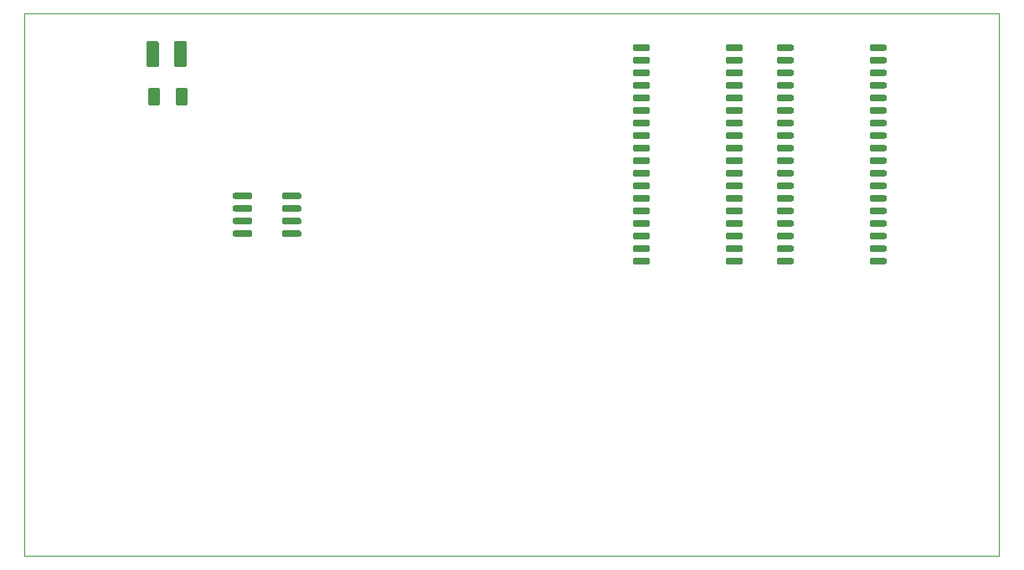
<source format=gbr>
G04 #@! TF.GenerationSoftware,KiCad,Pcbnew,5.1.5+dfsg1-2build2*
G04 #@! TF.CreationDate,2021-07-19T22:25:01+01:00*
G04 #@! TF.ProjectId,TestSRAM,54657374-5352-4414-9d2e-6b696361645f,rev?*
G04 #@! TF.SameCoordinates,Original*
G04 #@! TF.FileFunction,Paste,Top*
G04 #@! TF.FilePolarity,Positive*
%FSLAX46Y46*%
G04 Gerber Fmt 4.6, Leading zero omitted, Abs format (unit mm)*
G04 Created by KiCad (PCBNEW 5.1.5+dfsg1-2build2) date 2021-07-19 22:25:01*
%MOMM*%
%LPD*%
G04 APERTURE LIST*
%ADD10C,0.050000*%
%ADD11C,0.100000*%
G04 APERTURE END LIST*
D10*
X178181000Y-100965000D02*
X178181000Y-155829000D01*
X79629000Y-100965000D02*
X178181000Y-100965000D01*
X79629000Y-155829000D02*
X79629000Y-100965000D01*
X178181000Y-155829000D02*
X79629000Y-155829000D01*
D11*
G36*
X152098703Y-104094722D02*
G01*
X152113264Y-104096882D01*
X152127543Y-104100459D01*
X152141403Y-104105418D01*
X152154710Y-104111712D01*
X152167336Y-104119280D01*
X152179159Y-104128048D01*
X152190066Y-104137934D01*
X152199952Y-104148841D01*
X152208720Y-104160664D01*
X152216288Y-104173290D01*
X152222582Y-104186597D01*
X152227541Y-104200457D01*
X152231118Y-104214736D01*
X152233278Y-104229297D01*
X152234000Y-104244000D01*
X152234000Y-104544000D01*
X152233278Y-104558703D01*
X152231118Y-104573264D01*
X152227541Y-104587543D01*
X152222582Y-104601403D01*
X152216288Y-104614710D01*
X152208720Y-104627336D01*
X152199952Y-104639159D01*
X152190066Y-104650066D01*
X152179159Y-104659952D01*
X152167336Y-104668720D01*
X152154710Y-104676288D01*
X152141403Y-104682582D01*
X152127543Y-104687541D01*
X152113264Y-104691118D01*
X152098703Y-104693278D01*
X152084000Y-104694000D01*
X150684000Y-104694000D01*
X150669297Y-104693278D01*
X150654736Y-104691118D01*
X150640457Y-104687541D01*
X150626597Y-104682582D01*
X150613290Y-104676288D01*
X150600664Y-104668720D01*
X150588841Y-104659952D01*
X150577934Y-104650066D01*
X150568048Y-104639159D01*
X150559280Y-104627336D01*
X150551712Y-104614710D01*
X150545418Y-104601403D01*
X150540459Y-104587543D01*
X150536882Y-104573264D01*
X150534722Y-104558703D01*
X150534000Y-104544000D01*
X150534000Y-104244000D01*
X150534722Y-104229297D01*
X150536882Y-104214736D01*
X150540459Y-104200457D01*
X150545418Y-104186597D01*
X150551712Y-104173290D01*
X150559280Y-104160664D01*
X150568048Y-104148841D01*
X150577934Y-104137934D01*
X150588841Y-104128048D01*
X150600664Y-104119280D01*
X150613290Y-104111712D01*
X150626597Y-104105418D01*
X150640457Y-104100459D01*
X150654736Y-104096882D01*
X150669297Y-104094722D01*
X150684000Y-104094000D01*
X152084000Y-104094000D01*
X152098703Y-104094722D01*
G37*
G36*
X152098703Y-105364722D02*
G01*
X152113264Y-105366882D01*
X152127543Y-105370459D01*
X152141403Y-105375418D01*
X152154710Y-105381712D01*
X152167336Y-105389280D01*
X152179159Y-105398048D01*
X152190066Y-105407934D01*
X152199952Y-105418841D01*
X152208720Y-105430664D01*
X152216288Y-105443290D01*
X152222582Y-105456597D01*
X152227541Y-105470457D01*
X152231118Y-105484736D01*
X152233278Y-105499297D01*
X152234000Y-105514000D01*
X152234000Y-105814000D01*
X152233278Y-105828703D01*
X152231118Y-105843264D01*
X152227541Y-105857543D01*
X152222582Y-105871403D01*
X152216288Y-105884710D01*
X152208720Y-105897336D01*
X152199952Y-105909159D01*
X152190066Y-105920066D01*
X152179159Y-105929952D01*
X152167336Y-105938720D01*
X152154710Y-105946288D01*
X152141403Y-105952582D01*
X152127543Y-105957541D01*
X152113264Y-105961118D01*
X152098703Y-105963278D01*
X152084000Y-105964000D01*
X150684000Y-105964000D01*
X150669297Y-105963278D01*
X150654736Y-105961118D01*
X150640457Y-105957541D01*
X150626597Y-105952582D01*
X150613290Y-105946288D01*
X150600664Y-105938720D01*
X150588841Y-105929952D01*
X150577934Y-105920066D01*
X150568048Y-105909159D01*
X150559280Y-105897336D01*
X150551712Y-105884710D01*
X150545418Y-105871403D01*
X150540459Y-105857543D01*
X150536882Y-105843264D01*
X150534722Y-105828703D01*
X150534000Y-105814000D01*
X150534000Y-105514000D01*
X150534722Y-105499297D01*
X150536882Y-105484736D01*
X150540459Y-105470457D01*
X150545418Y-105456597D01*
X150551712Y-105443290D01*
X150559280Y-105430664D01*
X150568048Y-105418841D01*
X150577934Y-105407934D01*
X150588841Y-105398048D01*
X150600664Y-105389280D01*
X150613290Y-105381712D01*
X150626597Y-105375418D01*
X150640457Y-105370459D01*
X150654736Y-105366882D01*
X150669297Y-105364722D01*
X150684000Y-105364000D01*
X152084000Y-105364000D01*
X152098703Y-105364722D01*
G37*
G36*
X152098703Y-106634722D02*
G01*
X152113264Y-106636882D01*
X152127543Y-106640459D01*
X152141403Y-106645418D01*
X152154710Y-106651712D01*
X152167336Y-106659280D01*
X152179159Y-106668048D01*
X152190066Y-106677934D01*
X152199952Y-106688841D01*
X152208720Y-106700664D01*
X152216288Y-106713290D01*
X152222582Y-106726597D01*
X152227541Y-106740457D01*
X152231118Y-106754736D01*
X152233278Y-106769297D01*
X152234000Y-106784000D01*
X152234000Y-107084000D01*
X152233278Y-107098703D01*
X152231118Y-107113264D01*
X152227541Y-107127543D01*
X152222582Y-107141403D01*
X152216288Y-107154710D01*
X152208720Y-107167336D01*
X152199952Y-107179159D01*
X152190066Y-107190066D01*
X152179159Y-107199952D01*
X152167336Y-107208720D01*
X152154710Y-107216288D01*
X152141403Y-107222582D01*
X152127543Y-107227541D01*
X152113264Y-107231118D01*
X152098703Y-107233278D01*
X152084000Y-107234000D01*
X150684000Y-107234000D01*
X150669297Y-107233278D01*
X150654736Y-107231118D01*
X150640457Y-107227541D01*
X150626597Y-107222582D01*
X150613290Y-107216288D01*
X150600664Y-107208720D01*
X150588841Y-107199952D01*
X150577934Y-107190066D01*
X150568048Y-107179159D01*
X150559280Y-107167336D01*
X150551712Y-107154710D01*
X150545418Y-107141403D01*
X150540459Y-107127543D01*
X150536882Y-107113264D01*
X150534722Y-107098703D01*
X150534000Y-107084000D01*
X150534000Y-106784000D01*
X150534722Y-106769297D01*
X150536882Y-106754736D01*
X150540459Y-106740457D01*
X150545418Y-106726597D01*
X150551712Y-106713290D01*
X150559280Y-106700664D01*
X150568048Y-106688841D01*
X150577934Y-106677934D01*
X150588841Y-106668048D01*
X150600664Y-106659280D01*
X150613290Y-106651712D01*
X150626597Y-106645418D01*
X150640457Y-106640459D01*
X150654736Y-106636882D01*
X150669297Y-106634722D01*
X150684000Y-106634000D01*
X152084000Y-106634000D01*
X152098703Y-106634722D01*
G37*
G36*
X152098703Y-107904722D02*
G01*
X152113264Y-107906882D01*
X152127543Y-107910459D01*
X152141403Y-107915418D01*
X152154710Y-107921712D01*
X152167336Y-107929280D01*
X152179159Y-107938048D01*
X152190066Y-107947934D01*
X152199952Y-107958841D01*
X152208720Y-107970664D01*
X152216288Y-107983290D01*
X152222582Y-107996597D01*
X152227541Y-108010457D01*
X152231118Y-108024736D01*
X152233278Y-108039297D01*
X152234000Y-108054000D01*
X152234000Y-108354000D01*
X152233278Y-108368703D01*
X152231118Y-108383264D01*
X152227541Y-108397543D01*
X152222582Y-108411403D01*
X152216288Y-108424710D01*
X152208720Y-108437336D01*
X152199952Y-108449159D01*
X152190066Y-108460066D01*
X152179159Y-108469952D01*
X152167336Y-108478720D01*
X152154710Y-108486288D01*
X152141403Y-108492582D01*
X152127543Y-108497541D01*
X152113264Y-108501118D01*
X152098703Y-108503278D01*
X152084000Y-108504000D01*
X150684000Y-108504000D01*
X150669297Y-108503278D01*
X150654736Y-108501118D01*
X150640457Y-108497541D01*
X150626597Y-108492582D01*
X150613290Y-108486288D01*
X150600664Y-108478720D01*
X150588841Y-108469952D01*
X150577934Y-108460066D01*
X150568048Y-108449159D01*
X150559280Y-108437336D01*
X150551712Y-108424710D01*
X150545418Y-108411403D01*
X150540459Y-108397543D01*
X150536882Y-108383264D01*
X150534722Y-108368703D01*
X150534000Y-108354000D01*
X150534000Y-108054000D01*
X150534722Y-108039297D01*
X150536882Y-108024736D01*
X150540459Y-108010457D01*
X150545418Y-107996597D01*
X150551712Y-107983290D01*
X150559280Y-107970664D01*
X150568048Y-107958841D01*
X150577934Y-107947934D01*
X150588841Y-107938048D01*
X150600664Y-107929280D01*
X150613290Y-107921712D01*
X150626597Y-107915418D01*
X150640457Y-107910459D01*
X150654736Y-107906882D01*
X150669297Y-107904722D01*
X150684000Y-107904000D01*
X152084000Y-107904000D01*
X152098703Y-107904722D01*
G37*
G36*
X152098703Y-109174722D02*
G01*
X152113264Y-109176882D01*
X152127543Y-109180459D01*
X152141403Y-109185418D01*
X152154710Y-109191712D01*
X152167336Y-109199280D01*
X152179159Y-109208048D01*
X152190066Y-109217934D01*
X152199952Y-109228841D01*
X152208720Y-109240664D01*
X152216288Y-109253290D01*
X152222582Y-109266597D01*
X152227541Y-109280457D01*
X152231118Y-109294736D01*
X152233278Y-109309297D01*
X152234000Y-109324000D01*
X152234000Y-109624000D01*
X152233278Y-109638703D01*
X152231118Y-109653264D01*
X152227541Y-109667543D01*
X152222582Y-109681403D01*
X152216288Y-109694710D01*
X152208720Y-109707336D01*
X152199952Y-109719159D01*
X152190066Y-109730066D01*
X152179159Y-109739952D01*
X152167336Y-109748720D01*
X152154710Y-109756288D01*
X152141403Y-109762582D01*
X152127543Y-109767541D01*
X152113264Y-109771118D01*
X152098703Y-109773278D01*
X152084000Y-109774000D01*
X150684000Y-109774000D01*
X150669297Y-109773278D01*
X150654736Y-109771118D01*
X150640457Y-109767541D01*
X150626597Y-109762582D01*
X150613290Y-109756288D01*
X150600664Y-109748720D01*
X150588841Y-109739952D01*
X150577934Y-109730066D01*
X150568048Y-109719159D01*
X150559280Y-109707336D01*
X150551712Y-109694710D01*
X150545418Y-109681403D01*
X150540459Y-109667543D01*
X150536882Y-109653264D01*
X150534722Y-109638703D01*
X150534000Y-109624000D01*
X150534000Y-109324000D01*
X150534722Y-109309297D01*
X150536882Y-109294736D01*
X150540459Y-109280457D01*
X150545418Y-109266597D01*
X150551712Y-109253290D01*
X150559280Y-109240664D01*
X150568048Y-109228841D01*
X150577934Y-109217934D01*
X150588841Y-109208048D01*
X150600664Y-109199280D01*
X150613290Y-109191712D01*
X150626597Y-109185418D01*
X150640457Y-109180459D01*
X150654736Y-109176882D01*
X150669297Y-109174722D01*
X150684000Y-109174000D01*
X152084000Y-109174000D01*
X152098703Y-109174722D01*
G37*
G36*
X152098703Y-110444722D02*
G01*
X152113264Y-110446882D01*
X152127543Y-110450459D01*
X152141403Y-110455418D01*
X152154710Y-110461712D01*
X152167336Y-110469280D01*
X152179159Y-110478048D01*
X152190066Y-110487934D01*
X152199952Y-110498841D01*
X152208720Y-110510664D01*
X152216288Y-110523290D01*
X152222582Y-110536597D01*
X152227541Y-110550457D01*
X152231118Y-110564736D01*
X152233278Y-110579297D01*
X152234000Y-110594000D01*
X152234000Y-110894000D01*
X152233278Y-110908703D01*
X152231118Y-110923264D01*
X152227541Y-110937543D01*
X152222582Y-110951403D01*
X152216288Y-110964710D01*
X152208720Y-110977336D01*
X152199952Y-110989159D01*
X152190066Y-111000066D01*
X152179159Y-111009952D01*
X152167336Y-111018720D01*
X152154710Y-111026288D01*
X152141403Y-111032582D01*
X152127543Y-111037541D01*
X152113264Y-111041118D01*
X152098703Y-111043278D01*
X152084000Y-111044000D01*
X150684000Y-111044000D01*
X150669297Y-111043278D01*
X150654736Y-111041118D01*
X150640457Y-111037541D01*
X150626597Y-111032582D01*
X150613290Y-111026288D01*
X150600664Y-111018720D01*
X150588841Y-111009952D01*
X150577934Y-111000066D01*
X150568048Y-110989159D01*
X150559280Y-110977336D01*
X150551712Y-110964710D01*
X150545418Y-110951403D01*
X150540459Y-110937543D01*
X150536882Y-110923264D01*
X150534722Y-110908703D01*
X150534000Y-110894000D01*
X150534000Y-110594000D01*
X150534722Y-110579297D01*
X150536882Y-110564736D01*
X150540459Y-110550457D01*
X150545418Y-110536597D01*
X150551712Y-110523290D01*
X150559280Y-110510664D01*
X150568048Y-110498841D01*
X150577934Y-110487934D01*
X150588841Y-110478048D01*
X150600664Y-110469280D01*
X150613290Y-110461712D01*
X150626597Y-110455418D01*
X150640457Y-110450459D01*
X150654736Y-110446882D01*
X150669297Y-110444722D01*
X150684000Y-110444000D01*
X152084000Y-110444000D01*
X152098703Y-110444722D01*
G37*
G36*
X152098703Y-111714722D02*
G01*
X152113264Y-111716882D01*
X152127543Y-111720459D01*
X152141403Y-111725418D01*
X152154710Y-111731712D01*
X152167336Y-111739280D01*
X152179159Y-111748048D01*
X152190066Y-111757934D01*
X152199952Y-111768841D01*
X152208720Y-111780664D01*
X152216288Y-111793290D01*
X152222582Y-111806597D01*
X152227541Y-111820457D01*
X152231118Y-111834736D01*
X152233278Y-111849297D01*
X152234000Y-111864000D01*
X152234000Y-112164000D01*
X152233278Y-112178703D01*
X152231118Y-112193264D01*
X152227541Y-112207543D01*
X152222582Y-112221403D01*
X152216288Y-112234710D01*
X152208720Y-112247336D01*
X152199952Y-112259159D01*
X152190066Y-112270066D01*
X152179159Y-112279952D01*
X152167336Y-112288720D01*
X152154710Y-112296288D01*
X152141403Y-112302582D01*
X152127543Y-112307541D01*
X152113264Y-112311118D01*
X152098703Y-112313278D01*
X152084000Y-112314000D01*
X150684000Y-112314000D01*
X150669297Y-112313278D01*
X150654736Y-112311118D01*
X150640457Y-112307541D01*
X150626597Y-112302582D01*
X150613290Y-112296288D01*
X150600664Y-112288720D01*
X150588841Y-112279952D01*
X150577934Y-112270066D01*
X150568048Y-112259159D01*
X150559280Y-112247336D01*
X150551712Y-112234710D01*
X150545418Y-112221403D01*
X150540459Y-112207543D01*
X150536882Y-112193264D01*
X150534722Y-112178703D01*
X150534000Y-112164000D01*
X150534000Y-111864000D01*
X150534722Y-111849297D01*
X150536882Y-111834736D01*
X150540459Y-111820457D01*
X150545418Y-111806597D01*
X150551712Y-111793290D01*
X150559280Y-111780664D01*
X150568048Y-111768841D01*
X150577934Y-111757934D01*
X150588841Y-111748048D01*
X150600664Y-111739280D01*
X150613290Y-111731712D01*
X150626597Y-111725418D01*
X150640457Y-111720459D01*
X150654736Y-111716882D01*
X150669297Y-111714722D01*
X150684000Y-111714000D01*
X152084000Y-111714000D01*
X152098703Y-111714722D01*
G37*
G36*
X152098703Y-112984722D02*
G01*
X152113264Y-112986882D01*
X152127543Y-112990459D01*
X152141403Y-112995418D01*
X152154710Y-113001712D01*
X152167336Y-113009280D01*
X152179159Y-113018048D01*
X152190066Y-113027934D01*
X152199952Y-113038841D01*
X152208720Y-113050664D01*
X152216288Y-113063290D01*
X152222582Y-113076597D01*
X152227541Y-113090457D01*
X152231118Y-113104736D01*
X152233278Y-113119297D01*
X152234000Y-113134000D01*
X152234000Y-113434000D01*
X152233278Y-113448703D01*
X152231118Y-113463264D01*
X152227541Y-113477543D01*
X152222582Y-113491403D01*
X152216288Y-113504710D01*
X152208720Y-113517336D01*
X152199952Y-113529159D01*
X152190066Y-113540066D01*
X152179159Y-113549952D01*
X152167336Y-113558720D01*
X152154710Y-113566288D01*
X152141403Y-113572582D01*
X152127543Y-113577541D01*
X152113264Y-113581118D01*
X152098703Y-113583278D01*
X152084000Y-113584000D01*
X150684000Y-113584000D01*
X150669297Y-113583278D01*
X150654736Y-113581118D01*
X150640457Y-113577541D01*
X150626597Y-113572582D01*
X150613290Y-113566288D01*
X150600664Y-113558720D01*
X150588841Y-113549952D01*
X150577934Y-113540066D01*
X150568048Y-113529159D01*
X150559280Y-113517336D01*
X150551712Y-113504710D01*
X150545418Y-113491403D01*
X150540459Y-113477543D01*
X150536882Y-113463264D01*
X150534722Y-113448703D01*
X150534000Y-113434000D01*
X150534000Y-113134000D01*
X150534722Y-113119297D01*
X150536882Y-113104736D01*
X150540459Y-113090457D01*
X150545418Y-113076597D01*
X150551712Y-113063290D01*
X150559280Y-113050664D01*
X150568048Y-113038841D01*
X150577934Y-113027934D01*
X150588841Y-113018048D01*
X150600664Y-113009280D01*
X150613290Y-113001712D01*
X150626597Y-112995418D01*
X150640457Y-112990459D01*
X150654736Y-112986882D01*
X150669297Y-112984722D01*
X150684000Y-112984000D01*
X152084000Y-112984000D01*
X152098703Y-112984722D01*
G37*
G36*
X152098703Y-114254722D02*
G01*
X152113264Y-114256882D01*
X152127543Y-114260459D01*
X152141403Y-114265418D01*
X152154710Y-114271712D01*
X152167336Y-114279280D01*
X152179159Y-114288048D01*
X152190066Y-114297934D01*
X152199952Y-114308841D01*
X152208720Y-114320664D01*
X152216288Y-114333290D01*
X152222582Y-114346597D01*
X152227541Y-114360457D01*
X152231118Y-114374736D01*
X152233278Y-114389297D01*
X152234000Y-114404000D01*
X152234000Y-114704000D01*
X152233278Y-114718703D01*
X152231118Y-114733264D01*
X152227541Y-114747543D01*
X152222582Y-114761403D01*
X152216288Y-114774710D01*
X152208720Y-114787336D01*
X152199952Y-114799159D01*
X152190066Y-114810066D01*
X152179159Y-114819952D01*
X152167336Y-114828720D01*
X152154710Y-114836288D01*
X152141403Y-114842582D01*
X152127543Y-114847541D01*
X152113264Y-114851118D01*
X152098703Y-114853278D01*
X152084000Y-114854000D01*
X150684000Y-114854000D01*
X150669297Y-114853278D01*
X150654736Y-114851118D01*
X150640457Y-114847541D01*
X150626597Y-114842582D01*
X150613290Y-114836288D01*
X150600664Y-114828720D01*
X150588841Y-114819952D01*
X150577934Y-114810066D01*
X150568048Y-114799159D01*
X150559280Y-114787336D01*
X150551712Y-114774710D01*
X150545418Y-114761403D01*
X150540459Y-114747543D01*
X150536882Y-114733264D01*
X150534722Y-114718703D01*
X150534000Y-114704000D01*
X150534000Y-114404000D01*
X150534722Y-114389297D01*
X150536882Y-114374736D01*
X150540459Y-114360457D01*
X150545418Y-114346597D01*
X150551712Y-114333290D01*
X150559280Y-114320664D01*
X150568048Y-114308841D01*
X150577934Y-114297934D01*
X150588841Y-114288048D01*
X150600664Y-114279280D01*
X150613290Y-114271712D01*
X150626597Y-114265418D01*
X150640457Y-114260459D01*
X150654736Y-114256882D01*
X150669297Y-114254722D01*
X150684000Y-114254000D01*
X152084000Y-114254000D01*
X152098703Y-114254722D01*
G37*
G36*
X152098703Y-115524722D02*
G01*
X152113264Y-115526882D01*
X152127543Y-115530459D01*
X152141403Y-115535418D01*
X152154710Y-115541712D01*
X152167336Y-115549280D01*
X152179159Y-115558048D01*
X152190066Y-115567934D01*
X152199952Y-115578841D01*
X152208720Y-115590664D01*
X152216288Y-115603290D01*
X152222582Y-115616597D01*
X152227541Y-115630457D01*
X152231118Y-115644736D01*
X152233278Y-115659297D01*
X152234000Y-115674000D01*
X152234000Y-115974000D01*
X152233278Y-115988703D01*
X152231118Y-116003264D01*
X152227541Y-116017543D01*
X152222582Y-116031403D01*
X152216288Y-116044710D01*
X152208720Y-116057336D01*
X152199952Y-116069159D01*
X152190066Y-116080066D01*
X152179159Y-116089952D01*
X152167336Y-116098720D01*
X152154710Y-116106288D01*
X152141403Y-116112582D01*
X152127543Y-116117541D01*
X152113264Y-116121118D01*
X152098703Y-116123278D01*
X152084000Y-116124000D01*
X150684000Y-116124000D01*
X150669297Y-116123278D01*
X150654736Y-116121118D01*
X150640457Y-116117541D01*
X150626597Y-116112582D01*
X150613290Y-116106288D01*
X150600664Y-116098720D01*
X150588841Y-116089952D01*
X150577934Y-116080066D01*
X150568048Y-116069159D01*
X150559280Y-116057336D01*
X150551712Y-116044710D01*
X150545418Y-116031403D01*
X150540459Y-116017543D01*
X150536882Y-116003264D01*
X150534722Y-115988703D01*
X150534000Y-115974000D01*
X150534000Y-115674000D01*
X150534722Y-115659297D01*
X150536882Y-115644736D01*
X150540459Y-115630457D01*
X150545418Y-115616597D01*
X150551712Y-115603290D01*
X150559280Y-115590664D01*
X150568048Y-115578841D01*
X150577934Y-115567934D01*
X150588841Y-115558048D01*
X150600664Y-115549280D01*
X150613290Y-115541712D01*
X150626597Y-115535418D01*
X150640457Y-115530459D01*
X150654736Y-115526882D01*
X150669297Y-115524722D01*
X150684000Y-115524000D01*
X152084000Y-115524000D01*
X152098703Y-115524722D01*
G37*
G36*
X152098703Y-116794722D02*
G01*
X152113264Y-116796882D01*
X152127543Y-116800459D01*
X152141403Y-116805418D01*
X152154710Y-116811712D01*
X152167336Y-116819280D01*
X152179159Y-116828048D01*
X152190066Y-116837934D01*
X152199952Y-116848841D01*
X152208720Y-116860664D01*
X152216288Y-116873290D01*
X152222582Y-116886597D01*
X152227541Y-116900457D01*
X152231118Y-116914736D01*
X152233278Y-116929297D01*
X152234000Y-116944000D01*
X152234000Y-117244000D01*
X152233278Y-117258703D01*
X152231118Y-117273264D01*
X152227541Y-117287543D01*
X152222582Y-117301403D01*
X152216288Y-117314710D01*
X152208720Y-117327336D01*
X152199952Y-117339159D01*
X152190066Y-117350066D01*
X152179159Y-117359952D01*
X152167336Y-117368720D01*
X152154710Y-117376288D01*
X152141403Y-117382582D01*
X152127543Y-117387541D01*
X152113264Y-117391118D01*
X152098703Y-117393278D01*
X152084000Y-117394000D01*
X150684000Y-117394000D01*
X150669297Y-117393278D01*
X150654736Y-117391118D01*
X150640457Y-117387541D01*
X150626597Y-117382582D01*
X150613290Y-117376288D01*
X150600664Y-117368720D01*
X150588841Y-117359952D01*
X150577934Y-117350066D01*
X150568048Y-117339159D01*
X150559280Y-117327336D01*
X150551712Y-117314710D01*
X150545418Y-117301403D01*
X150540459Y-117287543D01*
X150536882Y-117273264D01*
X150534722Y-117258703D01*
X150534000Y-117244000D01*
X150534000Y-116944000D01*
X150534722Y-116929297D01*
X150536882Y-116914736D01*
X150540459Y-116900457D01*
X150545418Y-116886597D01*
X150551712Y-116873290D01*
X150559280Y-116860664D01*
X150568048Y-116848841D01*
X150577934Y-116837934D01*
X150588841Y-116828048D01*
X150600664Y-116819280D01*
X150613290Y-116811712D01*
X150626597Y-116805418D01*
X150640457Y-116800459D01*
X150654736Y-116796882D01*
X150669297Y-116794722D01*
X150684000Y-116794000D01*
X152084000Y-116794000D01*
X152098703Y-116794722D01*
G37*
G36*
X152098703Y-118064722D02*
G01*
X152113264Y-118066882D01*
X152127543Y-118070459D01*
X152141403Y-118075418D01*
X152154710Y-118081712D01*
X152167336Y-118089280D01*
X152179159Y-118098048D01*
X152190066Y-118107934D01*
X152199952Y-118118841D01*
X152208720Y-118130664D01*
X152216288Y-118143290D01*
X152222582Y-118156597D01*
X152227541Y-118170457D01*
X152231118Y-118184736D01*
X152233278Y-118199297D01*
X152234000Y-118214000D01*
X152234000Y-118514000D01*
X152233278Y-118528703D01*
X152231118Y-118543264D01*
X152227541Y-118557543D01*
X152222582Y-118571403D01*
X152216288Y-118584710D01*
X152208720Y-118597336D01*
X152199952Y-118609159D01*
X152190066Y-118620066D01*
X152179159Y-118629952D01*
X152167336Y-118638720D01*
X152154710Y-118646288D01*
X152141403Y-118652582D01*
X152127543Y-118657541D01*
X152113264Y-118661118D01*
X152098703Y-118663278D01*
X152084000Y-118664000D01*
X150684000Y-118664000D01*
X150669297Y-118663278D01*
X150654736Y-118661118D01*
X150640457Y-118657541D01*
X150626597Y-118652582D01*
X150613290Y-118646288D01*
X150600664Y-118638720D01*
X150588841Y-118629952D01*
X150577934Y-118620066D01*
X150568048Y-118609159D01*
X150559280Y-118597336D01*
X150551712Y-118584710D01*
X150545418Y-118571403D01*
X150540459Y-118557543D01*
X150536882Y-118543264D01*
X150534722Y-118528703D01*
X150534000Y-118514000D01*
X150534000Y-118214000D01*
X150534722Y-118199297D01*
X150536882Y-118184736D01*
X150540459Y-118170457D01*
X150545418Y-118156597D01*
X150551712Y-118143290D01*
X150559280Y-118130664D01*
X150568048Y-118118841D01*
X150577934Y-118107934D01*
X150588841Y-118098048D01*
X150600664Y-118089280D01*
X150613290Y-118081712D01*
X150626597Y-118075418D01*
X150640457Y-118070459D01*
X150654736Y-118066882D01*
X150669297Y-118064722D01*
X150684000Y-118064000D01*
X152084000Y-118064000D01*
X152098703Y-118064722D01*
G37*
G36*
X152098703Y-119334722D02*
G01*
X152113264Y-119336882D01*
X152127543Y-119340459D01*
X152141403Y-119345418D01*
X152154710Y-119351712D01*
X152167336Y-119359280D01*
X152179159Y-119368048D01*
X152190066Y-119377934D01*
X152199952Y-119388841D01*
X152208720Y-119400664D01*
X152216288Y-119413290D01*
X152222582Y-119426597D01*
X152227541Y-119440457D01*
X152231118Y-119454736D01*
X152233278Y-119469297D01*
X152234000Y-119484000D01*
X152234000Y-119784000D01*
X152233278Y-119798703D01*
X152231118Y-119813264D01*
X152227541Y-119827543D01*
X152222582Y-119841403D01*
X152216288Y-119854710D01*
X152208720Y-119867336D01*
X152199952Y-119879159D01*
X152190066Y-119890066D01*
X152179159Y-119899952D01*
X152167336Y-119908720D01*
X152154710Y-119916288D01*
X152141403Y-119922582D01*
X152127543Y-119927541D01*
X152113264Y-119931118D01*
X152098703Y-119933278D01*
X152084000Y-119934000D01*
X150684000Y-119934000D01*
X150669297Y-119933278D01*
X150654736Y-119931118D01*
X150640457Y-119927541D01*
X150626597Y-119922582D01*
X150613290Y-119916288D01*
X150600664Y-119908720D01*
X150588841Y-119899952D01*
X150577934Y-119890066D01*
X150568048Y-119879159D01*
X150559280Y-119867336D01*
X150551712Y-119854710D01*
X150545418Y-119841403D01*
X150540459Y-119827543D01*
X150536882Y-119813264D01*
X150534722Y-119798703D01*
X150534000Y-119784000D01*
X150534000Y-119484000D01*
X150534722Y-119469297D01*
X150536882Y-119454736D01*
X150540459Y-119440457D01*
X150545418Y-119426597D01*
X150551712Y-119413290D01*
X150559280Y-119400664D01*
X150568048Y-119388841D01*
X150577934Y-119377934D01*
X150588841Y-119368048D01*
X150600664Y-119359280D01*
X150613290Y-119351712D01*
X150626597Y-119345418D01*
X150640457Y-119340459D01*
X150654736Y-119336882D01*
X150669297Y-119334722D01*
X150684000Y-119334000D01*
X152084000Y-119334000D01*
X152098703Y-119334722D01*
G37*
G36*
X152098703Y-120604722D02*
G01*
X152113264Y-120606882D01*
X152127543Y-120610459D01*
X152141403Y-120615418D01*
X152154710Y-120621712D01*
X152167336Y-120629280D01*
X152179159Y-120638048D01*
X152190066Y-120647934D01*
X152199952Y-120658841D01*
X152208720Y-120670664D01*
X152216288Y-120683290D01*
X152222582Y-120696597D01*
X152227541Y-120710457D01*
X152231118Y-120724736D01*
X152233278Y-120739297D01*
X152234000Y-120754000D01*
X152234000Y-121054000D01*
X152233278Y-121068703D01*
X152231118Y-121083264D01*
X152227541Y-121097543D01*
X152222582Y-121111403D01*
X152216288Y-121124710D01*
X152208720Y-121137336D01*
X152199952Y-121149159D01*
X152190066Y-121160066D01*
X152179159Y-121169952D01*
X152167336Y-121178720D01*
X152154710Y-121186288D01*
X152141403Y-121192582D01*
X152127543Y-121197541D01*
X152113264Y-121201118D01*
X152098703Y-121203278D01*
X152084000Y-121204000D01*
X150684000Y-121204000D01*
X150669297Y-121203278D01*
X150654736Y-121201118D01*
X150640457Y-121197541D01*
X150626597Y-121192582D01*
X150613290Y-121186288D01*
X150600664Y-121178720D01*
X150588841Y-121169952D01*
X150577934Y-121160066D01*
X150568048Y-121149159D01*
X150559280Y-121137336D01*
X150551712Y-121124710D01*
X150545418Y-121111403D01*
X150540459Y-121097543D01*
X150536882Y-121083264D01*
X150534722Y-121068703D01*
X150534000Y-121054000D01*
X150534000Y-120754000D01*
X150534722Y-120739297D01*
X150536882Y-120724736D01*
X150540459Y-120710457D01*
X150545418Y-120696597D01*
X150551712Y-120683290D01*
X150559280Y-120670664D01*
X150568048Y-120658841D01*
X150577934Y-120647934D01*
X150588841Y-120638048D01*
X150600664Y-120629280D01*
X150613290Y-120621712D01*
X150626597Y-120615418D01*
X150640457Y-120610459D01*
X150654736Y-120606882D01*
X150669297Y-120604722D01*
X150684000Y-120604000D01*
X152084000Y-120604000D01*
X152098703Y-120604722D01*
G37*
G36*
X152098703Y-121874722D02*
G01*
X152113264Y-121876882D01*
X152127543Y-121880459D01*
X152141403Y-121885418D01*
X152154710Y-121891712D01*
X152167336Y-121899280D01*
X152179159Y-121908048D01*
X152190066Y-121917934D01*
X152199952Y-121928841D01*
X152208720Y-121940664D01*
X152216288Y-121953290D01*
X152222582Y-121966597D01*
X152227541Y-121980457D01*
X152231118Y-121994736D01*
X152233278Y-122009297D01*
X152234000Y-122024000D01*
X152234000Y-122324000D01*
X152233278Y-122338703D01*
X152231118Y-122353264D01*
X152227541Y-122367543D01*
X152222582Y-122381403D01*
X152216288Y-122394710D01*
X152208720Y-122407336D01*
X152199952Y-122419159D01*
X152190066Y-122430066D01*
X152179159Y-122439952D01*
X152167336Y-122448720D01*
X152154710Y-122456288D01*
X152141403Y-122462582D01*
X152127543Y-122467541D01*
X152113264Y-122471118D01*
X152098703Y-122473278D01*
X152084000Y-122474000D01*
X150684000Y-122474000D01*
X150669297Y-122473278D01*
X150654736Y-122471118D01*
X150640457Y-122467541D01*
X150626597Y-122462582D01*
X150613290Y-122456288D01*
X150600664Y-122448720D01*
X150588841Y-122439952D01*
X150577934Y-122430066D01*
X150568048Y-122419159D01*
X150559280Y-122407336D01*
X150551712Y-122394710D01*
X150545418Y-122381403D01*
X150540459Y-122367543D01*
X150536882Y-122353264D01*
X150534722Y-122338703D01*
X150534000Y-122324000D01*
X150534000Y-122024000D01*
X150534722Y-122009297D01*
X150536882Y-121994736D01*
X150540459Y-121980457D01*
X150545418Y-121966597D01*
X150551712Y-121953290D01*
X150559280Y-121940664D01*
X150568048Y-121928841D01*
X150577934Y-121917934D01*
X150588841Y-121908048D01*
X150600664Y-121899280D01*
X150613290Y-121891712D01*
X150626597Y-121885418D01*
X150640457Y-121880459D01*
X150654736Y-121876882D01*
X150669297Y-121874722D01*
X150684000Y-121874000D01*
X152084000Y-121874000D01*
X152098703Y-121874722D01*
G37*
G36*
X152098703Y-123144722D02*
G01*
X152113264Y-123146882D01*
X152127543Y-123150459D01*
X152141403Y-123155418D01*
X152154710Y-123161712D01*
X152167336Y-123169280D01*
X152179159Y-123178048D01*
X152190066Y-123187934D01*
X152199952Y-123198841D01*
X152208720Y-123210664D01*
X152216288Y-123223290D01*
X152222582Y-123236597D01*
X152227541Y-123250457D01*
X152231118Y-123264736D01*
X152233278Y-123279297D01*
X152234000Y-123294000D01*
X152234000Y-123594000D01*
X152233278Y-123608703D01*
X152231118Y-123623264D01*
X152227541Y-123637543D01*
X152222582Y-123651403D01*
X152216288Y-123664710D01*
X152208720Y-123677336D01*
X152199952Y-123689159D01*
X152190066Y-123700066D01*
X152179159Y-123709952D01*
X152167336Y-123718720D01*
X152154710Y-123726288D01*
X152141403Y-123732582D01*
X152127543Y-123737541D01*
X152113264Y-123741118D01*
X152098703Y-123743278D01*
X152084000Y-123744000D01*
X150684000Y-123744000D01*
X150669297Y-123743278D01*
X150654736Y-123741118D01*
X150640457Y-123737541D01*
X150626597Y-123732582D01*
X150613290Y-123726288D01*
X150600664Y-123718720D01*
X150588841Y-123709952D01*
X150577934Y-123700066D01*
X150568048Y-123689159D01*
X150559280Y-123677336D01*
X150551712Y-123664710D01*
X150545418Y-123651403D01*
X150540459Y-123637543D01*
X150536882Y-123623264D01*
X150534722Y-123608703D01*
X150534000Y-123594000D01*
X150534000Y-123294000D01*
X150534722Y-123279297D01*
X150536882Y-123264736D01*
X150540459Y-123250457D01*
X150545418Y-123236597D01*
X150551712Y-123223290D01*
X150559280Y-123210664D01*
X150568048Y-123198841D01*
X150577934Y-123187934D01*
X150588841Y-123178048D01*
X150600664Y-123169280D01*
X150613290Y-123161712D01*
X150626597Y-123155418D01*
X150640457Y-123150459D01*
X150654736Y-123146882D01*
X150669297Y-123144722D01*
X150684000Y-123144000D01*
X152084000Y-123144000D01*
X152098703Y-123144722D01*
G37*
G36*
X152098703Y-124414722D02*
G01*
X152113264Y-124416882D01*
X152127543Y-124420459D01*
X152141403Y-124425418D01*
X152154710Y-124431712D01*
X152167336Y-124439280D01*
X152179159Y-124448048D01*
X152190066Y-124457934D01*
X152199952Y-124468841D01*
X152208720Y-124480664D01*
X152216288Y-124493290D01*
X152222582Y-124506597D01*
X152227541Y-124520457D01*
X152231118Y-124534736D01*
X152233278Y-124549297D01*
X152234000Y-124564000D01*
X152234000Y-124864000D01*
X152233278Y-124878703D01*
X152231118Y-124893264D01*
X152227541Y-124907543D01*
X152222582Y-124921403D01*
X152216288Y-124934710D01*
X152208720Y-124947336D01*
X152199952Y-124959159D01*
X152190066Y-124970066D01*
X152179159Y-124979952D01*
X152167336Y-124988720D01*
X152154710Y-124996288D01*
X152141403Y-125002582D01*
X152127543Y-125007541D01*
X152113264Y-125011118D01*
X152098703Y-125013278D01*
X152084000Y-125014000D01*
X150684000Y-125014000D01*
X150669297Y-125013278D01*
X150654736Y-125011118D01*
X150640457Y-125007541D01*
X150626597Y-125002582D01*
X150613290Y-124996288D01*
X150600664Y-124988720D01*
X150588841Y-124979952D01*
X150577934Y-124970066D01*
X150568048Y-124959159D01*
X150559280Y-124947336D01*
X150551712Y-124934710D01*
X150545418Y-124921403D01*
X150540459Y-124907543D01*
X150536882Y-124893264D01*
X150534722Y-124878703D01*
X150534000Y-124864000D01*
X150534000Y-124564000D01*
X150534722Y-124549297D01*
X150536882Y-124534736D01*
X150540459Y-124520457D01*
X150545418Y-124506597D01*
X150551712Y-124493290D01*
X150559280Y-124480664D01*
X150568048Y-124468841D01*
X150577934Y-124457934D01*
X150588841Y-124448048D01*
X150600664Y-124439280D01*
X150613290Y-124431712D01*
X150626597Y-124425418D01*
X150640457Y-124420459D01*
X150654736Y-124416882D01*
X150669297Y-124414722D01*
X150684000Y-124414000D01*
X152084000Y-124414000D01*
X152098703Y-124414722D01*
G37*
G36*
X152098703Y-125684722D02*
G01*
X152113264Y-125686882D01*
X152127543Y-125690459D01*
X152141403Y-125695418D01*
X152154710Y-125701712D01*
X152167336Y-125709280D01*
X152179159Y-125718048D01*
X152190066Y-125727934D01*
X152199952Y-125738841D01*
X152208720Y-125750664D01*
X152216288Y-125763290D01*
X152222582Y-125776597D01*
X152227541Y-125790457D01*
X152231118Y-125804736D01*
X152233278Y-125819297D01*
X152234000Y-125834000D01*
X152234000Y-126134000D01*
X152233278Y-126148703D01*
X152231118Y-126163264D01*
X152227541Y-126177543D01*
X152222582Y-126191403D01*
X152216288Y-126204710D01*
X152208720Y-126217336D01*
X152199952Y-126229159D01*
X152190066Y-126240066D01*
X152179159Y-126249952D01*
X152167336Y-126258720D01*
X152154710Y-126266288D01*
X152141403Y-126272582D01*
X152127543Y-126277541D01*
X152113264Y-126281118D01*
X152098703Y-126283278D01*
X152084000Y-126284000D01*
X150684000Y-126284000D01*
X150669297Y-126283278D01*
X150654736Y-126281118D01*
X150640457Y-126277541D01*
X150626597Y-126272582D01*
X150613290Y-126266288D01*
X150600664Y-126258720D01*
X150588841Y-126249952D01*
X150577934Y-126240066D01*
X150568048Y-126229159D01*
X150559280Y-126217336D01*
X150551712Y-126204710D01*
X150545418Y-126191403D01*
X150540459Y-126177543D01*
X150536882Y-126163264D01*
X150534722Y-126148703D01*
X150534000Y-126134000D01*
X150534000Y-125834000D01*
X150534722Y-125819297D01*
X150536882Y-125804736D01*
X150540459Y-125790457D01*
X150545418Y-125776597D01*
X150551712Y-125763290D01*
X150559280Y-125750664D01*
X150568048Y-125738841D01*
X150577934Y-125727934D01*
X150588841Y-125718048D01*
X150600664Y-125709280D01*
X150613290Y-125701712D01*
X150626597Y-125695418D01*
X150640457Y-125690459D01*
X150654736Y-125686882D01*
X150669297Y-125684722D01*
X150684000Y-125684000D01*
X152084000Y-125684000D01*
X152098703Y-125684722D01*
G37*
G36*
X142698703Y-125684722D02*
G01*
X142713264Y-125686882D01*
X142727543Y-125690459D01*
X142741403Y-125695418D01*
X142754710Y-125701712D01*
X142767336Y-125709280D01*
X142779159Y-125718048D01*
X142790066Y-125727934D01*
X142799952Y-125738841D01*
X142808720Y-125750664D01*
X142816288Y-125763290D01*
X142822582Y-125776597D01*
X142827541Y-125790457D01*
X142831118Y-125804736D01*
X142833278Y-125819297D01*
X142834000Y-125834000D01*
X142834000Y-126134000D01*
X142833278Y-126148703D01*
X142831118Y-126163264D01*
X142827541Y-126177543D01*
X142822582Y-126191403D01*
X142816288Y-126204710D01*
X142808720Y-126217336D01*
X142799952Y-126229159D01*
X142790066Y-126240066D01*
X142779159Y-126249952D01*
X142767336Y-126258720D01*
X142754710Y-126266288D01*
X142741403Y-126272582D01*
X142727543Y-126277541D01*
X142713264Y-126281118D01*
X142698703Y-126283278D01*
X142684000Y-126284000D01*
X141284000Y-126284000D01*
X141269297Y-126283278D01*
X141254736Y-126281118D01*
X141240457Y-126277541D01*
X141226597Y-126272582D01*
X141213290Y-126266288D01*
X141200664Y-126258720D01*
X141188841Y-126249952D01*
X141177934Y-126240066D01*
X141168048Y-126229159D01*
X141159280Y-126217336D01*
X141151712Y-126204710D01*
X141145418Y-126191403D01*
X141140459Y-126177543D01*
X141136882Y-126163264D01*
X141134722Y-126148703D01*
X141134000Y-126134000D01*
X141134000Y-125834000D01*
X141134722Y-125819297D01*
X141136882Y-125804736D01*
X141140459Y-125790457D01*
X141145418Y-125776597D01*
X141151712Y-125763290D01*
X141159280Y-125750664D01*
X141168048Y-125738841D01*
X141177934Y-125727934D01*
X141188841Y-125718048D01*
X141200664Y-125709280D01*
X141213290Y-125701712D01*
X141226597Y-125695418D01*
X141240457Y-125690459D01*
X141254736Y-125686882D01*
X141269297Y-125684722D01*
X141284000Y-125684000D01*
X142684000Y-125684000D01*
X142698703Y-125684722D01*
G37*
G36*
X142698703Y-124414722D02*
G01*
X142713264Y-124416882D01*
X142727543Y-124420459D01*
X142741403Y-124425418D01*
X142754710Y-124431712D01*
X142767336Y-124439280D01*
X142779159Y-124448048D01*
X142790066Y-124457934D01*
X142799952Y-124468841D01*
X142808720Y-124480664D01*
X142816288Y-124493290D01*
X142822582Y-124506597D01*
X142827541Y-124520457D01*
X142831118Y-124534736D01*
X142833278Y-124549297D01*
X142834000Y-124564000D01*
X142834000Y-124864000D01*
X142833278Y-124878703D01*
X142831118Y-124893264D01*
X142827541Y-124907543D01*
X142822582Y-124921403D01*
X142816288Y-124934710D01*
X142808720Y-124947336D01*
X142799952Y-124959159D01*
X142790066Y-124970066D01*
X142779159Y-124979952D01*
X142767336Y-124988720D01*
X142754710Y-124996288D01*
X142741403Y-125002582D01*
X142727543Y-125007541D01*
X142713264Y-125011118D01*
X142698703Y-125013278D01*
X142684000Y-125014000D01*
X141284000Y-125014000D01*
X141269297Y-125013278D01*
X141254736Y-125011118D01*
X141240457Y-125007541D01*
X141226597Y-125002582D01*
X141213290Y-124996288D01*
X141200664Y-124988720D01*
X141188841Y-124979952D01*
X141177934Y-124970066D01*
X141168048Y-124959159D01*
X141159280Y-124947336D01*
X141151712Y-124934710D01*
X141145418Y-124921403D01*
X141140459Y-124907543D01*
X141136882Y-124893264D01*
X141134722Y-124878703D01*
X141134000Y-124864000D01*
X141134000Y-124564000D01*
X141134722Y-124549297D01*
X141136882Y-124534736D01*
X141140459Y-124520457D01*
X141145418Y-124506597D01*
X141151712Y-124493290D01*
X141159280Y-124480664D01*
X141168048Y-124468841D01*
X141177934Y-124457934D01*
X141188841Y-124448048D01*
X141200664Y-124439280D01*
X141213290Y-124431712D01*
X141226597Y-124425418D01*
X141240457Y-124420459D01*
X141254736Y-124416882D01*
X141269297Y-124414722D01*
X141284000Y-124414000D01*
X142684000Y-124414000D01*
X142698703Y-124414722D01*
G37*
G36*
X142698703Y-123144722D02*
G01*
X142713264Y-123146882D01*
X142727543Y-123150459D01*
X142741403Y-123155418D01*
X142754710Y-123161712D01*
X142767336Y-123169280D01*
X142779159Y-123178048D01*
X142790066Y-123187934D01*
X142799952Y-123198841D01*
X142808720Y-123210664D01*
X142816288Y-123223290D01*
X142822582Y-123236597D01*
X142827541Y-123250457D01*
X142831118Y-123264736D01*
X142833278Y-123279297D01*
X142834000Y-123294000D01*
X142834000Y-123594000D01*
X142833278Y-123608703D01*
X142831118Y-123623264D01*
X142827541Y-123637543D01*
X142822582Y-123651403D01*
X142816288Y-123664710D01*
X142808720Y-123677336D01*
X142799952Y-123689159D01*
X142790066Y-123700066D01*
X142779159Y-123709952D01*
X142767336Y-123718720D01*
X142754710Y-123726288D01*
X142741403Y-123732582D01*
X142727543Y-123737541D01*
X142713264Y-123741118D01*
X142698703Y-123743278D01*
X142684000Y-123744000D01*
X141284000Y-123744000D01*
X141269297Y-123743278D01*
X141254736Y-123741118D01*
X141240457Y-123737541D01*
X141226597Y-123732582D01*
X141213290Y-123726288D01*
X141200664Y-123718720D01*
X141188841Y-123709952D01*
X141177934Y-123700066D01*
X141168048Y-123689159D01*
X141159280Y-123677336D01*
X141151712Y-123664710D01*
X141145418Y-123651403D01*
X141140459Y-123637543D01*
X141136882Y-123623264D01*
X141134722Y-123608703D01*
X141134000Y-123594000D01*
X141134000Y-123294000D01*
X141134722Y-123279297D01*
X141136882Y-123264736D01*
X141140459Y-123250457D01*
X141145418Y-123236597D01*
X141151712Y-123223290D01*
X141159280Y-123210664D01*
X141168048Y-123198841D01*
X141177934Y-123187934D01*
X141188841Y-123178048D01*
X141200664Y-123169280D01*
X141213290Y-123161712D01*
X141226597Y-123155418D01*
X141240457Y-123150459D01*
X141254736Y-123146882D01*
X141269297Y-123144722D01*
X141284000Y-123144000D01*
X142684000Y-123144000D01*
X142698703Y-123144722D01*
G37*
G36*
X142698703Y-121874722D02*
G01*
X142713264Y-121876882D01*
X142727543Y-121880459D01*
X142741403Y-121885418D01*
X142754710Y-121891712D01*
X142767336Y-121899280D01*
X142779159Y-121908048D01*
X142790066Y-121917934D01*
X142799952Y-121928841D01*
X142808720Y-121940664D01*
X142816288Y-121953290D01*
X142822582Y-121966597D01*
X142827541Y-121980457D01*
X142831118Y-121994736D01*
X142833278Y-122009297D01*
X142834000Y-122024000D01*
X142834000Y-122324000D01*
X142833278Y-122338703D01*
X142831118Y-122353264D01*
X142827541Y-122367543D01*
X142822582Y-122381403D01*
X142816288Y-122394710D01*
X142808720Y-122407336D01*
X142799952Y-122419159D01*
X142790066Y-122430066D01*
X142779159Y-122439952D01*
X142767336Y-122448720D01*
X142754710Y-122456288D01*
X142741403Y-122462582D01*
X142727543Y-122467541D01*
X142713264Y-122471118D01*
X142698703Y-122473278D01*
X142684000Y-122474000D01*
X141284000Y-122474000D01*
X141269297Y-122473278D01*
X141254736Y-122471118D01*
X141240457Y-122467541D01*
X141226597Y-122462582D01*
X141213290Y-122456288D01*
X141200664Y-122448720D01*
X141188841Y-122439952D01*
X141177934Y-122430066D01*
X141168048Y-122419159D01*
X141159280Y-122407336D01*
X141151712Y-122394710D01*
X141145418Y-122381403D01*
X141140459Y-122367543D01*
X141136882Y-122353264D01*
X141134722Y-122338703D01*
X141134000Y-122324000D01*
X141134000Y-122024000D01*
X141134722Y-122009297D01*
X141136882Y-121994736D01*
X141140459Y-121980457D01*
X141145418Y-121966597D01*
X141151712Y-121953290D01*
X141159280Y-121940664D01*
X141168048Y-121928841D01*
X141177934Y-121917934D01*
X141188841Y-121908048D01*
X141200664Y-121899280D01*
X141213290Y-121891712D01*
X141226597Y-121885418D01*
X141240457Y-121880459D01*
X141254736Y-121876882D01*
X141269297Y-121874722D01*
X141284000Y-121874000D01*
X142684000Y-121874000D01*
X142698703Y-121874722D01*
G37*
G36*
X142698703Y-120604722D02*
G01*
X142713264Y-120606882D01*
X142727543Y-120610459D01*
X142741403Y-120615418D01*
X142754710Y-120621712D01*
X142767336Y-120629280D01*
X142779159Y-120638048D01*
X142790066Y-120647934D01*
X142799952Y-120658841D01*
X142808720Y-120670664D01*
X142816288Y-120683290D01*
X142822582Y-120696597D01*
X142827541Y-120710457D01*
X142831118Y-120724736D01*
X142833278Y-120739297D01*
X142834000Y-120754000D01*
X142834000Y-121054000D01*
X142833278Y-121068703D01*
X142831118Y-121083264D01*
X142827541Y-121097543D01*
X142822582Y-121111403D01*
X142816288Y-121124710D01*
X142808720Y-121137336D01*
X142799952Y-121149159D01*
X142790066Y-121160066D01*
X142779159Y-121169952D01*
X142767336Y-121178720D01*
X142754710Y-121186288D01*
X142741403Y-121192582D01*
X142727543Y-121197541D01*
X142713264Y-121201118D01*
X142698703Y-121203278D01*
X142684000Y-121204000D01*
X141284000Y-121204000D01*
X141269297Y-121203278D01*
X141254736Y-121201118D01*
X141240457Y-121197541D01*
X141226597Y-121192582D01*
X141213290Y-121186288D01*
X141200664Y-121178720D01*
X141188841Y-121169952D01*
X141177934Y-121160066D01*
X141168048Y-121149159D01*
X141159280Y-121137336D01*
X141151712Y-121124710D01*
X141145418Y-121111403D01*
X141140459Y-121097543D01*
X141136882Y-121083264D01*
X141134722Y-121068703D01*
X141134000Y-121054000D01*
X141134000Y-120754000D01*
X141134722Y-120739297D01*
X141136882Y-120724736D01*
X141140459Y-120710457D01*
X141145418Y-120696597D01*
X141151712Y-120683290D01*
X141159280Y-120670664D01*
X141168048Y-120658841D01*
X141177934Y-120647934D01*
X141188841Y-120638048D01*
X141200664Y-120629280D01*
X141213290Y-120621712D01*
X141226597Y-120615418D01*
X141240457Y-120610459D01*
X141254736Y-120606882D01*
X141269297Y-120604722D01*
X141284000Y-120604000D01*
X142684000Y-120604000D01*
X142698703Y-120604722D01*
G37*
G36*
X142698703Y-119334722D02*
G01*
X142713264Y-119336882D01*
X142727543Y-119340459D01*
X142741403Y-119345418D01*
X142754710Y-119351712D01*
X142767336Y-119359280D01*
X142779159Y-119368048D01*
X142790066Y-119377934D01*
X142799952Y-119388841D01*
X142808720Y-119400664D01*
X142816288Y-119413290D01*
X142822582Y-119426597D01*
X142827541Y-119440457D01*
X142831118Y-119454736D01*
X142833278Y-119469297D01*
X142834000Y-119484000D01*
X142834000Y-119784000D01*
X142833278Y-119798703D01*
X142831118Y-119813264D01*
X142827541Y-119827543D01*
X142822582Y-119841403D01*
X142816288Y-119854710D01*
X142808720Y-119867336D01*
X142799952Y-119879159D01*
X142790066Y-119890066D01*
X142779159Y-119899952D01*
X142767336Y-119908720D01*
X142754710Y-119916288D01*
X142741403Y-119922582D01*
X142727543Y-119927541D01*
X142713264Y-119931118D01*
X142698703Y-119933278D01*
X142684000Y-119934000D01*
X141284000Y-119934000D01*
X141269297Y-119933278D01*
X141254736Y-119931118D01*
X141240457Y-119927541D01*
X141226597Y-119922582D01*
X141213290Y-119916288D01*
X141200664Y-119908720D01*
X141188841Y-119899952D01*
X141177934Y-119890066D01*
X141168048Y-119879159D01*
X141159280Y-119867336D01*
X141151712Y-119854710D01*
X141145418Y-119841403D01*
X141140459Y-119827543D01*
X141136882Y-119813264D01*
X141134722Y-119798703D01*
X141134000Y-119784000D01*
X141134000Y-119484000D01*
X141134722Y-119469297D01*
X141136882Y-119454736D01*
X141140459Y-119440457D01*
X141145418Y-119426597D01*
X141151712Y-119413290D01*
X141159280Y-119400664D01*
X141168048Y-119388841D01*
X141177934Y-119377934D01*
X141188841Y-119368048D01*
X141200664Y-119359280D01*
X141213290Y-119351712D01*
X141226597Y-119345418D01*
X141240457Y-119340459D01*
X141254736Y-119336882D01*
X141269297Y-119334722D01*
X141284000Y-119334000D01*
X142684000Y-119334000D01*
X142698703Y-119334722D01*
G37*
G36*
X142698703Y-118064722D02*
G01*
X142713264Y-118066882D01*
X142727543Y-118070459D01*
X142741403Y-118075418D01*
X142754710Y-118081712D01*
X142767336Y-118089280D01*
X142779159Y-118098048D01*
X142790066Y-118107934D01*
X142799952Y-118118841D01*
X142808720Y-118130664D01*
X142816288Y-118143290D01*
X142822582Y-118156597D01*
X142827541Y-118170457D01*
X142831118Y-118184736D01*
X142833278Y-118199297D01*
X142834000Y-118214000D01*
X142834000Y-118514000D01*
X142833278Y-118528703D01*
X142831118Y-118543264D01*
X142827541Y-118557543D01*
X142822582Y-118571403D01*
X142816288Y-118584710D01*
X142808720Y-118597336D01*
X142799952Y-118609159D01*
X142790066Y-118620066D01*
X142779159Y-118629952D01*
X142767336Y-118638720D01*
X142754710Y-118646288D01*
X142741403Y-118652582D01*
X142727543Y-118657541D01*
X142713264Y-118661118D01*
X142698703Y-118663278D01*
X142684000Y-118664000D01*
X141284000Y-118664000D01*
X141269297Y-118663278D01*
X141254736Y-118661118D01*
X141240457Y-118657541D01*
X141226597Y-118652582D01*
X141213290Y-118646288D01*
X141200664Y-118638720D01*
X141188841Y-118629952D01*
X141177934Y-118620066D01*
X141168048Y-118609159D01*
X141159280Y-118597336D01*
X141151712Y-118584710D01*
X141145418Y-118571403D01*
X141140459Y-118557543D01*
X141136882Y-118543264D01*
X141134722Y-118528703D01*
X141134000Y-118514000D01*
X141134000Y-118214000D01*
X141134722Y-118199297D01*
X141136882Y-118184736D01*
X141140459Y-118170457D01*
X141145418Y-118156597D01*
X141151712Y-118143290D01*
X141159280Y-118130664D01*
X141168048Y-118118841D01*
X141177934Y-118107934D01*
X141188841Y-118098048D01*
X141200664Y-118089280D01*
X141213290Y-118081712D01*
X141226597Y-118075418D01*
X141240457Y-118070459D01*
X141254736Y-118066882D01*
X141269297Y-118064722D01*
X141284000Y-118064000D01*
X142684000Y-118064000D01*
X142698703Y-118064722D01*
G37*
G36*
X142698703Y-116794722D02*
G01*
X142713264Y-116796882D01*
X142727543Y-116800459D01*
X142741403Y-116805418D01*
X142754710Y-116811712D01*
X142767336Y-116819280D01*
X142779159Y-116828048D01*
X142790066Y-116837934D01*
X142799952Y-116848841D01*
X142808720Y-116860664D01*
X142816288Y-116873290D01*
X142822582Y-116886597D01*
X142827541Y-116900457D01*
X142831118Y-116914736D01*
X142833278Y-116929297D01*
X142834000Y-116944000D01*
X142834000Y-117244000D01*
X142833278Y-117258703D01*
X142831118Y-117273264D01*
X142827541Y-117287543D01*
X142822582Y-117301403D01*
X142816288Y-117314710D01*
X142808720Y-117327336D01*
X142799952Y-117339159D01*
X142790066Y-117350066D01*
X142779159Y-117359952D01*
X142767336Y-117368720D01*
X142754710Y-117376288D01*
X142741403Y-117382582D01*
X142727543Y-117387541D01*
X142713264Y-117391118D01*
X142698703Y-117393278D01*
X142684000Y-117394000D01*
X141284000Y-117394000D01*
X141269297Y-117393278D01*
X141254736Y-117391118D01*
X141240457Y-117387541D01*
X141226597Y-117382582D01*
X141213290Y-117376288D01*
X141200664Y-117368720D01*
X141188841Y-117359952D01*
X141177934Y-117350066D01*
X141168048Y-117339159D01*
X141159280Y-117327336D01*
X141151712Y-117314710D01*
X141145418Y-117301403D01*
X141140459Y-117287543D01*
X141136882Y-117273264D01*
X141134722Y-117258703D01*
X141134000Y-117244000D01*
X141134000Y-116944000D01*
X141134722Y-116929297D01*
X141136882Y-116914736D01*
X141140459Y-116900457D01*
X141145418Y-116886597D01*
X141151712Y-116873290D01*
X141159280Y-116860664D01*
X141168048Y-116848841D01*
X141177934Y-116837934D01*
X141188841Y-116828048D01*
X141200664Y-116819280D01*
X141213290Y-116811712D01*
X141226597Y-116805418D01*
X141240457Y-116800459D01*
X141254736Y-116796882D01*
X141269297Y-116794722D01*
X141284000Y-116794000D01*
X142684000Y-116794000D01*
X142698703Y-116794722D01*
G37*
G36*
X142698703Y-115524722D02*
G01*
X142713264Y-115526882D01*
X142727543Y-115530459D01*
X142741403Y-115535418D01*
X142754710Y-115541712D01*
X142767336Y-115549280D01*
X142779159Y-115558048D01*
X142790066Y-115567934D01*
X142799952Y-115578841D01*
X142808720Y-115590664D01*
X142816288Y-115603290D01*
X142822582Y-115616597D01*
X142827541Y-115630457D01*
X142831118Y-115644736D01*
X142833278Y-115659297D01*
X142834000Y-115674000D01*
X142834000Y-115974000D01*
X142833278Y-115988703D01*
X142831118Y-116003264D01*
X142827541Y-116017543D01*
X142822582Y-116031403D01*
X142816288Y-116044710D01*
X142808720Y-116057336D01*
X142799952Y-116069159D01*
X142790066Y-116080066D01*
X142779159Y-116089952D01*
X142767336Y-116098720D01*
X142754710Y-116106288D01*
X142741403Y-116112582D01*
X142727543Y-116117541D01*
X142713264Y-116121118D01*
X142698703Y-116123278D01*
X142684000Y-116124000D01*
X141284000Y-116124000D01*
X141269297Y-116123278D01*
X141254736Y-116121118D01*
X141240457Y-116117541D01*
X141226597Y-116112582D01*
X141213290Y-116106288D01*
X141200664Y-116098720D01*
X141188841Y-116089952D01*
X141177934Y-116080066D01*
X141168048Y-116069159D01*
X141159280Y-116057336D01*
X141151712Y-116044710D01*
X141145418Y-116031403D01*
X141140459Y-116017543D01*
X141136882Y-116003264D01*
X141134722Y-115988703D01*
X141134000Y-115974000D01*
X141134000Y-115674000D01*
X141134722Y-115659297D01*
X141136882Y-115644736D01*
X141140459Y-115630457D01*
X141145418Y-115616597D01*
X141151712Y-115603290D01*
X141159280Y-115590664D01*
X141168048Y-115578841D01*
X141177934Y-115567934D01*
X141188841Y-115558048D01*
X141200664Y-115549280D01*
X141213290Y-115541712D01*
X141226597Y-115535418D01*
X141240457Y-115530459D01*
X141254736Y-115526882D01*
X141269297Y-115524722D01*
X141284000Y-115524000D01*
X142684000Y-115524000D01*
X142698703Y-115524722D01*
G37*
G36*
X142698703Y-114254722D02*
G01*
X142713264Y-114256882D01*
X142727543Y-114260459D01*
X142741403Y-114265418D01*
X142754710Y-114271712D01*
X142767336Y-114279280D01*
X142779159Y-114288048D01*
X142790066Y-114297934D01*
X142799952Y-114308841D01*
X142808720Y-114320664D01*
X142816288Y-114333290D01*
X142822582Y-114346597D01*
X142827541Y-114360457D01*
X142831118Y-114374736D01*
X142833278Y-114389297D01*
X142834000Y-114404000D01*
X142834000Y-114704000D01*
X142833278Y-114718703D01*
X142831118Y-114733264D01*
X142827541Y-114747543D01*
X142822582Y-114761403D01*
X142816288Y-114774710D01*
X142808720Y-114787336D01*
X142799952Y-114799159D01*
X142790066Y-114810066D01*
X142779159Y-114819952D01*
X142767336Y-114828720D01*
X142754710Y-114836288D01*
X142741403Y-114842582D01*
X142727543Y-114847541D01*
X142713264Y-114851118D01*
X142698703Y-114853278D01*
X142684000Y-114854000D01*
X141284000Y-114854000D01*
X141269297Y-114853278D01*
X141254736Y-114851118D01*
X141240457Y-114847541D01*
X141226597Y-114842582D01*
X141213290Y-114836288D01*
X141200664Y-114828720D01*
X141188841Y-114819952D01*
X141177934Y-114810066D01*
X141168048Y-114799159D01*
X141159280Y-114787336D01*
X141151712Y-114774710D01*
X141145418Y-114761403D01*
X141140459Y-114747543D01*
X141136882Y-114733264D01*
X141134722Y-114718703D01*
X141134000Y-114704000D01*
X141134000Y-114404000D01*
X141134722Y-114389297D01*
X141136882Y-114374736D01*
X141140459Y-114360457D01*
X141145418Y-114346597D01*
X141151712Y-114333290D01*
X141159280Y-114320664D01*
X141168048Y-114308841D01*
X141177934Y-114297934D01*
X141188841Y-114288048D01*
X141200664Y-114279280D01*
X141213290Y-114271712D01*
X141226597Y-114265418D01*
X141240457Y-114260459D01*
X141254736Y-114256882D01*
X141269297Y-114254722D01*
X141284000Y-114254000D01*
X142684000Y-114254000D01*
X142698703Y-114254722D01*
G37*
G36*
X142698703Y-112984722D02*
G01*
X142713264Y-112986882D01*
X142727543Y-112990459D01*
X142741403Y-112995418D01*
X142754710Y-113001712D01*
X142767336Y-113009280D01*
X142779159Y-113018048D01*
X142790066Y-113027934D01*
X142799952Y-113038841D01*
X142808720Y-113050664D01*
X142816288Y-113063290D01*
X142822582Y-113076597D01*
X142827541Y-113090457D01*
X142831118Y-113104736D01*
X142833278Y-113119297D01*
X142834000Y-113134000D01*
X142834000Y-113434000D01*
X142833278Y-113448703D01*
X142831118Y-113463264D01*
X142827541Y-113477543D01*
X142822582Y-113491403D01*
X142816288Y-113504710D01*
X142808720Y-113517336D01*
X142799952Y-113529159D01*
X142790066Y-113540066D01*
X142779159Y-113549952D01*
X142767336Y-113558720D01*
X142754710Y-113566288D01*
X142741403Y-113572582D01*
X142727543Y-113577541D01*
X142713264Y-113581118D01*
X142698703Y-113583278D01*
X142684000Y-113584000D01*
X141284000Y-113584000D01*
X141269297Y-113583278D01*
X141254736Y-113581118D01*
X141240457Y-113577541D01*
X141226597Y-113572582D01*
X141213290Y-113566288D01*
X141200664Y-113558720D01*
X141188841Y-113549952D01*
X141177934Y-113540066D01*
X141168048Y-113529159D01*
X141159280Y-113517336D01*
X141151712Y-113504710D01*
X141145418Y-113491403D01*
X141140459Y-113477543D01*
X141136882Y-113463264D01*
X141134722Y-113448703D01*
X141134000Y-113434000D01*
X141134000Y-113134000D01*
X141134722Y-113119297D01*
X141136882Y-113104736D01*
X141140459Y-113090457D01*
X141145418Y-113076597D01*
X141151712Y-113063290D01*
X141159280Y-113050664D01*
X141168048Y-113038841D01*
X141177934Y-113027934D01*
X141188841Y-113018048D01*
X141200664Y-113009280D01*
X141213290Y-113001712D01*
X141226597Y-112995418D01*
X141240457Y-112990459D01*
X141254736Y-112986882D01*
X141269297Y-112984722D01*
X141284000Y-112984000D01*
X142684000Y-112984000D01*
X142698703Y-112984722D01*
G37*
G36*
X142698703Y-111714722D02*
G01*
X142713264Y-111716882D01*
X142727543Y-111720459D01*
X142741403Y-111725418D01*
X142754710Y-111731712D01*
X142767336Y-111739280D01*
X142779159Y-111748048D01*
X142790066Y-111757934D01*
X142799952Y-111768841D01*
X142808720Y-111780664D01*
X142816288Y-111793290D01*
X142822582Y-111806597D01*
X142827541Y-111820457D01*
X142831118Y-111834736D01*
X142833278Y-111849297D01*
X142834000Y-111864000D01*
X142834000Y-112164000D01*
X142833278Y-112178703D01*
X142831118Y-112193264D01*
X142827541Y-112207543D01*
X142822582Y-112221403D01*
X142816288Y-112234710D01*
X142808720Y-112247336D01*
X142799952Y-112259159D01*
X142790066Y-112270066D01*
X142779159Y-112279952D01*
X142767336Y-112288720D01*
X142754710Y-112296288D01*
X142741403Y-112302582D01*
X142727543Y-112307541D01*
X142713264Y-112311118D01*
X142698703Y-112313278D01*
X142684000Y-112314000D01*
X141284000Y-112314000D01*
X141269297Y-112313278D01*
X141254736Y-112311118D01*
X141240457Y-112307541D01*
X141226597Y-112302582D01*
X141213290Y-112296288D01*
X141200664Y-112288720D01*
X141188841Y-112279952D01*
X141177934Y-112270066D01*
X141168048Y-112259159D01*
X141159280Y-112247336D01*
X141151712Y-112234710D01*
X141145418Y-112221403D01*
X141140459Y-112207543D01*
X141136882Y-112193264D01*
X141134722Y-112178703D01*
X141134000Y-112164000D01*
X141134000Y-111864000D01*
X141134722Y-111849297D01*
X141136882Y-111834736D01*
X141140459Y-111820457D01*
X141145418Y-111806597D01*
X141151712Y-111793290D01*
X141159280Y-111780664D01*
X141168048Y-111768841D01*
X141177934Y-111757934D01*
X141188841Y-111748048D01*
X141200664Y-111739280D01*
X141213290Y-111731712D01*
X141226597Y-111725418D01*
X141240457Y-111720459D01*
X141254736Y-111716882D01*
X141269297Y-111714722D01*
X141284000Y-111714000D01*
X142684000Y-111714000D01*
X142698703Y-111714722D01*
G37*
G36*
X142698703Y-110444722D02*
G01*
X142713264Y-110446882D01*
X142727543Y-110450459D01*
X142741403Y-110455418D01*
X142754710Y-110461712D01*
X142767336Y-110469280D01*
X142779159Y-110478048D01*
X142790066Y-110487934D01*
X142799952Y-110498841D01*
X142808720Y-110510664D01*
X142816288Y-110523290D01*
X142822582Y-110536597D01*
X142827541Y-110550457D01*
X142831118Y-110564736D01*
X142833278Y-110579297D01*
X142834000Y-110594000D01*
X142834000Y-110894000D01*
X142833278Y-110908703D01*
X142831118Y-110923264D01*
X142827541Y-110937543D01*
X142822582Y-110951403D01*
X142816288Y-110964710D01*
X142808720Y-110977336D01*
X142799952Y-110989159D01*
X142790066Y-111000066D01*
X142779159Y-111009952D01*
X142767336Y-111018720D01*
X142754710Y-111026288D01*
X142741403Y-111032582D01*
X142727543Y-111037541D01*
X142713264Y-111041118D01*
X142698703Y-111043278D01*
X142684000Y-111044000D01*
X141284000Y-111044000D01*
X141269297Y-111043278D01*
X141254736Y-111041118D01*
X141240457Y-111037541D01*
X141226597Y-111032582D01*
X141213290Y-111026288D01*
X141200664Y-111018720D01*
X141188841Y-111009952D01*
X141177934Y-111000066D01*
X141168048Y-110989159D01*
X141159280Y-110977336D01*
X141151712Y-110964710D01*
X141145418Y-110951403D01*
X141140459Y-110937543D01*
X141136882Y-110923264D01*
X141134722Y-110908703D01*
X141134000Y-110894000D01*
X141134000Y-110594000D01*
X141134722Y-110579297D01*
X141136882Y-110564736D01*
X141140459Y-110550457D01*
X141145418Y-110536597D01*
X141151712Y-110523290D01*
X141159280Y-110510664D01*
X141168048Y-110498841D01*
X141177934Y-110487934D01*
X141188841Y-110478048D01*
X141200664Y-110469280D01*
X141213290Y-110461712D01*
X141226597Y-110455418D01*
X141240457Y-110450459D01*
X141254736Y-110446882D01*
X141269297Y-110444722D01*
X141284000Y-110444000D01*
X142684000Y-110444000D01*
X142698703Y-110444722D01*
G37*
G36*
X142698703Y-109174722D02*
G01*
X142713264Y-109176882D01*
X142727543Y-109180459D01*
X142741403Y-109185418D01*
X142754710Y-109191712D01*
X142767336Y-109199280D01*
X142779159Y-109208048D01*
X142790066Y-109217934D01*
X142799952Y-109228841D01*
X142808720Y-109240664D01*
X142816288Y-109253290D01*
X142822582Y-109266597D01*
X142827541Y-109280457D01*
X142831118Y-109294736D01*
X142833278Y-109309297D01*
X142834000Y-109324000D01*
X142834000Y-109624000D01*
X142833278Y-109638703D01*
X142831118Y-109653264D01*
X142827541Y-109667543D01*
X142822582Y-109681403D01*
X142816288Y-109694710D01*
X142808720Y-109707336D01*
X142799952Y-109719159D01*
X142790066Y-109730066D01*
X142779159Y-109739952D01*
X142767336Y-109748720D01*
X142754710Y-109756288D01*
X142741403Y-109762582D01*
X142727543Y-109767541D01*
X142713264Y-109771118D01*
X142698703Y-109773278D01*
X142684000Y-109774000D01*
X141284000Y-109774000D01*
X141269297Y-109773278D01*
X141254736Y-109771118D01*
X141240457Y-109767541D01*
X141226597Y-109762582D01*
X141213290Y-109756288D01*
X141200664Y-109748720D01*
X141188841Y-109739952D01*
X141177934Y-109730066D01*
X141168048Y-109719159D01*
X141159280Y-109707336D01*
X141151712Y-109694710D01*
X141145418Y-109681403D01*
X141140459Y-109667543D01*
X141136882Y-109653264D01*
X141134722Y-109638703D01*
X141134000Y-109624000D01*
X141134000Y-109324000D01*
X141134722Y-109309297D01*
X141136882Y-109294736D01*
X141140459Y-109280457D01*
X141145418Y-109266597D01*
X141151712Y-109253290D01*
X141159280Y-109240664D01*
X141168048Y-109228841D01*
X141177934Y-109217934D01*
X141188841Y-109208048D01*
X141200664Y-109199280D01*
X141213290Y-109191712D01*
X141226597Y-109185418D01*
X141240457Y-109180459D01*
X141254736Y-109176882D01*
X141269297Y-109174722D01*
X141284000Y-109174000D01*
X142684000Y-109174000D01*
X142698703Y-109174722D01*
G37*
G36*
X142698703Y-107904722D02*
G01*
X142713264Y-107906882D01*
X142727543Y-107910459D01*
X142741403Y-107915418D01*
X142754710Y-107921712D01*
X142767336Y-107929280D01*
X142779159Y-107938048D01*
X142790066Y-107947934D01*
X142799952Y-107958841D01*
X142808720Y-107970664D01*
X142816288Y-107983290D01*
X142822582Y-107996597D01*
X142827541Y-108010457D01*
X142831118Y-108024736D01*
X142833278Y-108039297D01*
X142834000Y-108054000D01*
X142834000Y-108354000D01*
X142833278Y-108368703D01*
X142831118Y-108383264D01*
X142827541Y-108397543D01*
X142822582Y-108411403D01*
X142816288Y-108424710D01*
X142808720Y-108437336D01*
X142799952Y-108449159D01*
X142790066Y-108460066D01*
X142779159Y-108469952D01*
X142767336Y-108478720D01*
X142754710Y-108486288D01*
X142741403Y-108492582D01*
X142727543Y-108497541D01*
X142713264Y-108501118D01*
X142698703Y-108503278D01*
X142684000Y-108504000D01*
X141284000Y-108504000D01*
X141269297Y-108503278D01*
X141254736Y-108501118D01*
X141240457Y-108497541D01*
X141226597Y-108492582D01*
X141213290Y-108486288D01*
X141200664Y-108478720D01*
X141188841Y-108469952D01*
X141177934Y-108460066D01*
X141168048Y-108449159D01*
X141159280Y-108437336D01*
X141151712Y-108424710D01*
X141145418Y-108411403D01*
X141140459Y-108397543D01*
X141136882Y-108383264D01*
X141134722Y-108368703D01*
X141134000Y-108354000D01*
X141134000Y-108054000D01*
X141134722Y-108039297D01*
X141136882Y-108024736D01*
X141140459Y-108010457D01*
X141145418Y-107996597D01*
X141151712Y-107983290D01*
X141159280Y-107970664D01*
X141168048Y-107958841D01*
X141177934Y-107947934D01*
X141188841Y-107938048D01*
X141200664Y-107929280D01*
X141213290Y-107921712D01*
X141226597Y-107915418D01*
X141240457Y-107910459D01*
X141254736Y-107906882D01*
X141269297Y-107904722D01*
X141284000Y-107904000D01*
X142684000Y-107904000D01*
X142698703Y-107904722D01*
G37*
G36*
X142698703Y-106634722D02*
G01*
X142713264Y-106636882D01*
X142727543Y-106640459D01*
X142741403Y-106645418D01*
X142754710Y-106651712D01*
X142767336Y-106659280D01*
X142779159Y-106668048D01*
X142790066Y-106677934D01*
X142799952Y-106688841D01*
X142808720Y-106700664D01*
X142816288Y-106713290D01*
X142822582Y-106726597D01*
X142827541Y-106740457D01*
X142831118Y-106754736D01*
X142833278Y-106769297D01*
X142834000Y-106784000D01*
X142834000Y-107084000D01*
X142833278Y-107098703D01*
X142831118Y-107113264D01*
X142827541Y-107127543D01*
X142822582Y-107141403D01*
X142816288Y-107154710D01*
X142808720Y-107167336D01*
X142799952Y-107179159D01*
X142790066Y-107190066D01*
X142779159Y-107199952D01*
X142767336Y-107208720D01*
X142754710Y-107216288D01*
X142741403Y-107222582D01*
X142727543Y-107227541D01*
X142713264Y-107231118D01*
X142698703Y-107233278D01*
X142684000Y-107234000D01*
X141284000Y-107234000D01*
X141269297Y-107233278D01*
X141254736Y-107231118D01*
X141240457Y-107227541D01*
X141226597Y-107222582D01*
X141213290Y-107216288D01*
X141200664Y-107208720D01*
X141188841Y-107199952D01*
X141177934Y-107190066D01*
X141168048Y-107179159D01*
X141159280Y-107167336D01*
X141151712Y-107154710D01*
X141145418Y-107141403D01*
X141140459Y-107127543D01*
X141136882Y-107113264D01*
X141134722Y-107098703D01*
X141134000Y-107084000D01*
X141134000Y-106784000D01*
X141134722Y-106769297D01*
X141136882Y-106754736D01*
X141140459Y-106740457D01*
X141145418Y-106726597D01*
X141151712Y-106713290D01*
X141159280Y-106700664D01*
X141168048Y-106688841D01*
X141177934Y-106677934D01*
X141188841Y-106668048D01*
X141200664Y-106659280D01*
X141213290Y-106651712D01*
X141226597Y-106645418D01*
X141240457Y-106640459D01*
X141254736Y-106636882D01*
X141269297Y-106634722D01*
X141284000Y-106634000D01*
X142684000Y-106634000D01*
X142698703Y-106634722D01*
G37*
G36*
X142698703Y-105364722D02*
G01*
X142713264Y-105366882D01*
X142727543Y-105370459D01*
X142741403Y-105375418D01*
X142754710Y-105381712D01*
X142767336Y-105389280D01*
X142779159Y-105398048D01*
X142790066Y-105407934D01*
X142799952Y-105418841D01*
X142808720Y-105430664D01*
X142816288Y-105443290D01*
X142822582Y-105456597D01*
X142827541Y-105470457D01*
X142831118Y-105484736D01*
X142833278Y-105499297D01*
X142834000Y-105514000D01*
X142834000Y-105814000D01*
X142833278Y-105828703D01*
X142831118Y-105843264D01*
X142827541Y-105857543D01*
X142822582Y-105871403D01*
X142816288Y-105884710D01*
X142808720Y-105897336D01*
X142799952Y-105909159D01*
X142790066Y-105920066D01*
X142779159Y-105929952D01*
X142767336Y-105938720D01*
X142754710Y-105946288D01*
X142741403Y-105952582D01*
X142727543Y-105957541D01*
X142713264Y-105961118D01*
X142698703Y-105963278D01*
X142684000Y-105964000D01*
X141284000Y-105964000D01*
X141269297Y-105963278D01*
X141254736Y-105961118D01*
X141240457Y-105957541D01*
X141226597Y-105952582D01*
X141213290Y-105946288D01*
X141200664Y-105938720D01*
X141188841Y-105929952D01*
X141177934Y-105920066D01*
X141168048Y-105909159D01*
X141159280Y-105897336D01*
X141151712Y-105884710D01*
X141145418Y-105871403D01*
X141140459Y-105857543D01*
X141136882Y-105843264D01*
X141134722Y-105828703D01*
X141134000Y-105814000D01*
X141134000Y-105514000D01*
X141134722Y-105499297D01*
X141136882Y-105484736D01*
X141140459Y-105470457D01*
X141145418Y-105456597D01*
X141151712Y-105443290D01*
X141159280Y-105430664D01*
X141168048Y-105418841D01*
X141177934Y-105407934D01*
X141188841Y-105398048D01*
X141200664Y-105389280D01*
X141213290Y-105381712D01*
X141226597Y-105375418D01*
X141240457Y-105370459D01*
X141254736Y-105366882D01*
X141269297Y-105364722D01*
X141284000Y-105364000D01*
X142684000Y-105364000D01*
X142698703Y-105364722D01*
G37*
G36*
X142698703Y-104094722D02*
G01*
X142713264Y-104096882D01*
X142727543Y-104100459D01*
X142741403Y-104105418D01*
X142754710Y-104111712D01*
X142767336Y-104119280D01*
X142779159Y-104128048D01*
X142790066Y-104137934D01*
X142799952Y-104148841D01*
X142808720Y-104160664D01*
X142816288Y-104173290D01*
X142822582Y-104186597D01*
X142827541Y-104200457D01*
X142831118Y-104214736D01*
X142833278Y-104229297D01*
X142834000Y-104244000D01*
X142834000Y-104544000D01*
X142833278Y-104558703D01*
X142831118Y-104573264D01*
X142827541Y-104587543D01*
X142822582Y-104601403D01*
X142816288Y-104614710D01*
X142808720Y-104627336D01*
X142799952Y-104639159D01*
X142790066Y-104650066D01*
X142779159Y-104659952D01*
X142767336Y-104668720D01*
X142754710Y-104676288D01*
X142741403Y-104682582D01*
X142727543Y-104687541D01*
X142713264Y-104691118D01*
X142698703Y-104693278D01*
X142684000Y-104694000D01*
X141284000Y-104694000D01*
X141269297Y-104693278D01*
X141254736Y-104691118D01*
X141240457Y-104687541D01*
X141226597Y-104682582D01*
X141213290Y-104676288D01*
X141200664Y-104668720D01*
X141188841Y-104659952D01*
X141177934Y-104650066D01*
X141168048Y-104639159D01*
X141159280Y-104627336D01*
X141151712Y-104614710D01*
X141145418Y-104601403D01*
X141140459Y-104587543D01*
X141136882Y-104573264D01*
X141134722Y-104558703D01*
X141134000Y-104544000D01*
X141134000Y-104244000D01*
X141134722Y-104229297D01*
X141136882Y-104214736D01*
X141140459Y-104200457D01*
X141145418Y-104186597D01*
X141151712Y-104173290D01*
X141159280Y-104160664D01*
X141168048Y-104148841D01*
X141177934Y-104137934D01*
X141188841Y-104128048D01*
X141200664Y-104119280D01*
X141213290Y-104111712D01*
X141226597Y-104105418D01*
X141240457Y-104100459D01*
X141254736Y-104096882D01*
X141269297Y-104094722D01*
X141284000Y-104094000D01*
X142684000Y-104094000D01*
X142698703Y-104094722D01*
G37*
G36*
X107454703Y-119080722D02*
G01*
X107469264Y-119082882D01*
X107483543Y-119086459D01*
X107497403Y-119091418D01*
X107510710Y-119097712D01*
X107523336Y-119105280D01*
X107535159Y-119114048D01*
X107546066Y-119123934D01*
X107555952Y-119134841D01*
X107564720Y-119146664D01*
X107572288Y-119159290D01*
X107578582Y-119172597D01*
X107583541Y-119186457D01*
X107587118Y-119200736D01*
X107589278Y-119215297D01*
X107590000Y-119230000D01*
X107590000Y-119530000D01*
X107589278Y-119544703D01*
X107587118Y-119559264D01*
X107583541Y-119573543D01*
X107578582Y-119587403D01*
X107572288Y-119600710D01*
X107564720Y-119613336D01*
X107555952Y-119625159D01*
X107546066Y-119636066D01*
X107535159Y-119645952D01*
X107523336Y-119654720D01*
X107510710Y-119662288D01*
X107497403Y-119668582D01*
X107483543Y-119673541D01*
X107469264Y-119677118D01*
X107454703Y-119679278D01*
X107440000Y-119680000D01*
X105790000Y-119680000D01*
X105775297Y-119679278D01*
X105760736Y-119677118D01*
X105746457Y-119673541D01*
X105732597Y-119668582D01*
X105719290Y-119662288D01*
X105706664Y-119654720D01*
X105694841Y-119645952D01*
X105683934Y-119636066D01*
X105674048Y-119625159D01*
X105665280Y-119613336D01*
X105657712Y-119600710D01*
X105651418Y-119587403D01*
X105646459Y-119573543D01*
X105642882Y-119559264D01*
X105640722Y-119544703D01*
X105640000Y-119530000D01*
X105640000Y-119230000D01*
X105640722Y-119215297D01*
X105642882Y-119200736D01*
X105646459Y-119186457D01*
X105651418Y-119172597D01*
X105657712Y-119159290D01*
X105665280Y-119146664D01*
X105674048Y-119134841D01*
X105683934Y-119123934D01*
X105694841Y-119114048D01*
X105706664Y-119105280D01*
X105719290Y-119097712D01*
X105732597Y-119091418D01*
X105746457Y-119086459D01*
X105760736Y-119082882D01*
X105775297Y-119080722D01*
X105790000Y-119080000D01*
X107440000Y-119080000D01*
X107454703Y-119080722D01*
G37*
G36*
X107454703Y-120350722D02*
G01*
X107469264Y-120352882D01*
X107483543Y-120356459D01*
X107497403Y-120361418D01*
X107510710Y-120367712D01*
X107523336Y-120375280D01*
X107535159Y-120384048D01*
X107546066Y-120393934D01*
X107555952Y-120404841D01*
X107564720Y-120416664D01*
X107572288Y-120429290D01*
X107578582Y-120442597D01*
X107583541Y-120456457D01*
X107587118Y-120470736D01*
X107589278Y-120485297D01*
X107590000Y-120500000D01*
X107590000Y-120800000D01*
X107589278Y-120814703D01*
X107587118Y-120829264D01*
X107583541Y-120843543D01*
X107578582Y-120857403D01*
X107572288Y-120870710D01*
X107564720Y-120883336D01*
X107555952Y-120895159D01*
X107546066Y-120906066D01*
X107535159Y-120915952D01*
X107523336Y-120924720D01*
X107510710Y-120932288D01*
X107497403Y-120938582D01*
X107483543Y-120943541D01*
X107469264Y-120947118D01*
X107454703Y-120949278D01*
X107440000Y-120950000D01*
X105790000Y-120950000D01*
X105775297Y-120949278D01*
X105760736Y-120947118D01*
X105746457Y-120943541D01*
X105732597Y-120938582D01*
X105719290Y-120932288D01*
X105706664Y-120924720D01*
X105694841Y-120915952D01*
X105683934Y-120906066D01*
X105674048Y-120895159D01*
X105665280Y-120883336D01*
X105657712Y-120870710D01*
X105651418Y-120857403D01*
X105646459Y-120843543D01*
X105642882Y-120829264D01*
X105640722Y-120814703D01*
X105640000Y-120800000D01*
X105640000Y-120500000D01*
X105640722Y-120485297D01*
X105642882Y-120470736D01*
X105646459Y-120456457D01*
X105651418Y-120442597D01*
X105657712Y-120429290D01*
X105665280Y-120416664D01*
X105674048Y-120404841D01*
X105683934Y-120393934D01*
X105694841Y-120384048D01*
X105706664Y-120375280D01*
X105719290Y-120367712D01*
X105732597Y-120361418D01*
X105746457Y-120356459D01*
X105760736Y-120352882D01*
X105775297Y-120350722D01*
X105790000Y-120350000D01*
X107440000Y-120350000D01*
X107454703Y-120350722D01*
G37*
G36*
X107454703Y-121620722D02*
G01*
X107469264Y-121622882D01*
X107483543Y-121626459D01*
X107497403Y-121631418D01*
X107510710Y-121637712D01*
X107523336Y-121645280D01*
X107535159Y-121654048D01*
X107546066Y-121663934D01*
X107555952Y-121674841D01*
X107564720Y-121686664D01*
X107572288Y-121699290D01*
X107578582Y-121712597D01*
X107583541Y-121726457D01*
X107587118Y-121740736D01*
X107589278Y-121755297D01*
X107590000Y-121770000D01*
X107590000Y-122070000D01*
X107589278Y-122084703D01*
X107587118Y-122099264D01*
X107583541Y-122113543D01*
X107578582Y-122127403D01*
X107572288Y-122140710D01*
X107564720Y-122153336D01*
X107555952Y-122165159D01*
X107546066Y-122176066D01*
X107535159Y-122185952D01*
X107523336Y-122194720D01*
X107510710Y-122202288D01*
X107497403Y-122208582D01*
X107483543Y-122213541D01*
X107469264Y-122217118D01*
X107454703Y-122219278D01*
X107440000Y-122220000D01*
X105790000Y-122220000D01*
X105775297Y-122219278D01*
X105760736Y-122217118D01*
X105746457Y-122213541D01*
X105732597Y-122208582D01*
X105719290Y-122202288D01*
X105706664Y-122194720D01*
X105694841Y-122185952D01*
X105683934Y-122176066D01*
X105674048Y-122165159D01*
X105665280Y-122153336D01*
X105657712Y-122140710D01*
X105651418Y-122127403D01*
X105646459Y-122113543D01*
X105642882Y-122099264D01*
X105640722Y-122084703D01*
X105640000Y-122070000D01*
X105640000Y-121770000D01*
X105640722Y-121755297D01*
X105642882Y-121740736D01*
X105646459Y-121726457D01*
X105651418Y-121712597D01*
X105657712Y-121699290D01*
X105665280Y-121686664D01*
X105674048Y-121674841D01*
X105683934Y-121663934D01*
X105694841Y-121654048D01*
X105706664Y-121645280D01*
X105719290Y-121637712D01*
X105732597Y-121631418D01*
X105746457Y-121626459D01*
X105760736Y-121622882D01*
X105775297Y-121620722D01*
X105790000Y-121620000D01*
X107440000Y-121620000D01*
X107454703Y-121620722D01*
G37*
G36*
X107454703Y-122890722D02*
G01*
X107469264Y-122892882D01*
X107483543Y-122896459D01*
X107497403Y-122901418D01*
X107510710Y-122907712D01*
X107523336Y-122915280D01*
X107535159Y-122924048D01*
X107546066Y-122933934D01*
X107555952Y-122944841D01*
X107564720Y-122956664D01*
X107572288Y-122969290D01*
X107578582Y-122982597D01*
X107583541Y-122996457D01*
X107587118Y-123010736D01*
X107589278Y-123025297D01*
X107590000Y-123040000D01*
X107590000Y-123340000D01*
X107589278Y-123354703D01*
X107587118Y-123369264D01*
X107583541Y-123383543D01*
X107578582Y-123397403D01*
X107572288Y-123410710D01*
X107564720Y-123423336D01*
X107555952Y-123435159D01*
X107546066Y-123446066D01*
X107535159Y-123455952D01*
X107523336Y-123464720D01*
X107510710Y-123472288D01*
X107497403Y-123478582D01*
X107483543Y-123483541D01*
X107469264Y-123487118D01*
X107454703Y-123489278D01*
X107440000Y-123490000D01*
X105790000Y-123490000D01*
X105775297Y-123489278D01*
X105760736Y-123487118D01*
X105746457Y-123483541D01*
X105732597Y-123478582D01*
X105719290Y-123472288D01*
X105706664Y-123464720D01*
X105694841Y-123455952D01*
X105683934Y-123446066D01*
X105674048Y-123435159D01*
X105665280Y-123423336D01*
X105657712Y-123410710D01*
X105651418Y-123397403D01*
X105646459Y-123383543D01*
X105642882Y-123369264D01*
X105640722Y-123354703D01*
X105640000Y-123340000D01*
X105640000Y-123040000D01*
X105640722Y-123025297D01*
X105642882Y-123010736D01*
X105646459Y-122996457D01*
X105651418Y-122982597D01*
X105657712Y-122969290D01*
X105665280Y-122956664D01*
X105674048Y-122944841D01*
X105683934Y-122933934D01*
X105694841Y-122924048D01*
X105706664Y-122915280D01*
X105719290Y-122907712D01*
X105732597Y-122901418D01*
X105746457Y-122896459D01*
X105760736Y-122892882D01*
X105775297Y-122890722D01*
X105790000Y-122890000D01*
X107440000Y-122890000D01*
X107454703Y-122890722D01*
G37*
G36*
X102504703Y-122890722D02*
G01*
X102519264Y-122892882D01*
X102533543Y-122896459D01*
X102547403Y-122901418D01*
X102560710Y-122907712D01*
X102573336Y-122915280D01*
X102585159Y-122924048D01*
X102596066Y-122933934D01*
X102605952Y-122944841D01*
X102614720Y-122956664D01*
X102622288Y-122969290D01*
X102628582Y-122982597D01*
X102633541Y-122996457D01*
X102637118Y-123010736D01*
X102639278Y-123025297D01*
X102640000Y-123040000D01*
X102640000Y-123340000D01*
X102639278Y-123354703D01*
X102637118Y-123369264D01*
X102633541Y-123383543D01*
X102628582Y-123397403D01*
X102622288Y-123410710D01*
X102614720Y-123423336D01*
X102605952Y-123435159D01*
X102596066Y-123446066D01*
X102585159Y-123455952D01*
X102573336Y-123464720D01*
X102560710Y-123472288D01*
X102547403Y-123478582D01*
X102533543Y-123483541D01*
X102519264Y-123487118D01*
X102504703Y-123489278D01*
X102490000Y-123490000D01*
X100840000Y-123490000D01*
X100825297Y-123489278D01*
X100810736Y-123487118D01*
X100796457Y-123483541D01*
X100782597Y-123478582D01*
X100769290Y-123472288D01*
X100756664Y-123464720D01*
X100744841Y-123455952D01*
X100733934Y-123446066D01*
X100724048Y-123435159D01*
X100715280Y-123423336D01*
X100707712Y-123410710D01*
X100701418Y-123397403D01*
X100696459Y-123383543D01*
X100692882Y-123369264D01*
X100690722Y-123354703D01*
X100690000Y-123340000D01*
X100690000Y-123040000D01*
X100690722Y-123025297D01*
X100692882Y-123010736D01*
X100696459Y-122996457D01*
X100701418Y-122982597D01*
X100707712Y-122969290D01*
X100715280Y-122956664D01*
X100724048Y-122944841D01*
X100733934Y-122933934D01*
X100744841Y-122924048D01*
X100756664Y-122915280D01*
X100769290Y-122907712D01*
X100782597Y-122901418D01*
X100796457Y-122896459D01*
X100810736Y-122892882D01*
X100825297Y-122890722D01*
X100840000Y-122890000D01*
X102490000Y-122890000D01*
X102504703Y-122890722D01*
G37*
G36*
X102504703Y-121620722D02*
G01*
X102519264Y-121622882D01*
X102533543Y-121626459D01*
X102547403Y-121631418D01*
X102560710Y-121637712D01*
X102573336Y-121645280D01*
X102585159Y-121654048D01*
X102596066Y-121663934D01*
X102605952Y-121674841D01*
X102614720Y-121686664D01*
X102622288Y-121699290D01*
X102628582Y-121712597D01*
X102633541Y-121726457D01*
X102637118Y-121740736D01*
X102639278Y-121755297D01*
X102640000Y-121770000D01*
X102640000Y-122070000D01*
X102639278Y-122084703D01*
X102637118Y-122099264D01*
X102633541Y-122113543D01*
X102628582Y-122127403D01*
X102622288Y-122140710D01*
X102614720Y-122153336D01*
X102605952Y-122165159D01*
X102596066Y-122176066D01*
X102585159Y-122185952D01*
X102573336Y-122194720D01*
X102560710Y-122202288D01*
X102547403Y-122208582D01*
X102533543Y-122213541D01*
X102519264Y-122217118D01*
X102504703Y-122219278D01*
X102490000Y-122220000D01*
X100840000Y-122220000D01*
X100825297Y-122219278D01*
X100810736Y-122217118D01*
X100796457Y-122213541D01*
X100782597Y-122208582D01*
X100769290Y-122202288D01*
X100756664Y-122194720D01*
X100744841Y-122185952D01*
X100733934Y-122176066D01*
X100724048Y-122165159D01*
X100715280Y-122153336D01*
X100707712Y-122140710D01*
X100701418Y-122127403D01*
X100696459Y-122113543D01*
X100692882Y-122099264D01*
X100690722Y-122084703D01*
X100690000Y-122070000D01*
X100690000Y-121770000D01*
X100690722Y-121755297D01*
X100692882Y-121740736D01*
X100696459Y-121726457D01*
X100701418Y-121712597D01*
X100707712Y-121699290D01*
X100715280Y-121686664D01*
X100724048Y-121674841D01*
X100733934Y-121663934D01*
X100744841Y-121654048D01*
X100756664Y-121645280D01*
X100769290Y-121637712D01*
X100782597Y-121631418D01*
X100796457Y-121626459D01*
X100810736Y-121622882D01*
X100825297Y-121620722D01*
X100840000Y-121620000D01*
X102490000Y-121620000D01*
X102504703Y-121620722D01*
G37*
G36*
X102504703Y-120350722D02*
G01*
X102519264Y-120352882D01*
X102533543Y-120356459D01*
X102547403Y-120361418D01*
X102560710Y-120367712D01*
X102573336Y-120375280D01*
X102585159Y-120384048D01*
X102596066Y-120393934D01*
X102605952Y-120404841D01*
X102614720Y-120416664D01*
X102622288Y-120429290D01*
X102628582Y-120442597D01*
X102633541Y-120456457D01*
X102637118Y-120470736D01*
X102639278Y-120485297D01*
X102640000Y-120500000D01*
X102640000Y-120800000D01*
X102639278Y-120814703D01*
X102637118Y-120829264D01*
X102633541Y-120843543D01*
X102628582Y-120857403D01*
X102622288Y-120870710D01*
X102614720Y-120883336D01*
X102605952Y-120895159D01*
X102596066Y-120906066D01*
X102585159Y-120915952D01*
X102573336Y-120924720D01*
X102560710Y-120932288D01*
X102547403Y-120938582D01*
X102533543Y-120943541D01*
X102519264Y-120947118D01*
X102504703Y-120949278D01*
X102490000Y-120950000D01*
X100840000Y-120950000D01*
X100825297Y-120949278D01*
X100810736Y-120947118D01*
X100796457Y-120943541D01*
X100782597Y-120938582D01*
X100769290Y-120932288D01*
X100756664Y-120924720D01*
X100744841Y-120915952D01*
X100733934Y-120906066D01*
X100724048Y-120895159D01*
X100715280Y-120883336D01*
X100707712Y-120870710D01*
X100701418Y-120857403D01*
X100696459Y-120843543D01*
X100692882Y-120829264D01*
X100690722Y-120814703D01*
X100690000Y-120800000D01*
X100690000Y-120500000D01*
X100690722Y-120485297D01*
X100692882Y-120470736D01*
X100696459Y-120456457D01*
X100701418Y-120442597D01*
X100707712Y-120429290D01*
X100715280Y-120416664D01*
X100724048Y-120404841D01*
X100733934Y-120393934D01*
X100744841Y-120384048D01*
X100756664Y-120375280D01*
X100769290Y-120367712D01*
X100782597Y-120361418D01*
X100796457Y-120356459D01*
X100810736Y-120352882D01*
X100825297Y-120350722D01*
X100840000Y-120350000D01*
X102490000Y-120350000D01*
X102504703Y-120350722D01*
G37*
G36*
X102504703Y-119080722D02*
G01*
X102519264Y-119082882D01*
X102533543Y-119086459D01*
X102547403Y-119091418D01*
X102560710Y-119097712D01*
X102573336Y-119105280D01*
X102585159Y-119114048D01*
X102596066Y-119123934D01*
X102605952Y-119134841D01*
X102614720Y-119146664D01*
X102622288Y-119159290D01*
X102628582Y-119172597D01*
X102633541Y-119186457D01*
X102637118Y-119200736D01*
X102639278Y-119215297D01*
X102640000Y-119230000D01*
X102640000Y-119530000D01*
X102639278Y-119544703D01*
X102637118Y-119559264D01*
X102633541Y-119573543D01*
X102628582Y-119587403D01*
X102622288Y-119600710D01*
X102614720Y-119613336D01*
X102605952Y-119625159D01*
X102596066Y-119636066D01*
X102585159Y-119645952D01*
X102573336Y-119654720D01*
X102560710Y-119662288D01*
X102547403Y-119668582D01*
X102533543Y-119673541D01*
X102519264Y-119677118D01*
X102504703Y-119679278D01*
X102490000Y-119680000D01*
X100840000Y-119680000D01*
X100825297Y-119679278D01*
X100810736Y-119677118D01*
X100796457Y-119673541D01*
X100782597Y-119668582D01*
X100769290Y-119662288D01*
X100756664Y-119654720D01*
X100744841Y-119645952D01*
X100733934Y-119636066D01*
X100724048Y-119625159D01*
X100715280Y-119613336D01*
X100707712Y-119600710D01*
X100701418Y-119587403D01*
X100696459Y-119573543D01*
X100692882Y-119559264D01*
X100690722Y-119544703D01*
X100690000Y-119530000D01*
X100690000Y-119230000D01*
X100690722Y-119215297D01*
X100692882Y-119200736D01*
X100696459Y-119186457D01*
X100701418Y-119172597D01*
X100707712Y-119159290D01*
X100715280Y-119146664D01*
X100724048Y-119134841D01*
X100733934Y-119123934D01*
X100744841Y-119114048D01*
X100756664Y-119105280D01*
X100769290Y-119097712D01*
X100782597Y-119091418D01*
X100796457Y-119086459D01*
X100810736Y-119082882D01*
X100825297Y-119080722D01*
X100840000Y-119080000D01*
X102490000Y-119080000D01*
X102504703Y-119080722D01*
G37*
G36*
X166656703Y-104094722D02*
G01*
X166671264Y-104096882D01*
X166685543Y-104100459D01*
X166699403Y-104105418D01*
X166712710Y-104111712D01*
X166725336Y-104119280D01*
X166737159Y-104128048D01*
X166748066Y-104137934D01*
X166757952Y-104148841D01*
X166766720Y-104160664D01*
X166774288Y-104173290D01*
X166780582Y-104186597D01*
X166785541Y-104200457D01*
X166789118Y-104214736D01*
X166791278Y-104229297D01*
X166792000Y-104244000D01*
X166792000Y-104544000D01*
X166791278Y-104558703D01*
X166789118Y-104573264D01*
X166785541Y-104587543D01*
X166780582Y-104601403D01*
X166774288Y-104614710D01*
X166766720Y-104627336D01*
X166757952Y-104639159D01*
X166748066Y-104650066D01*
X166737159Y-104659952D01*
X166725336Y-104668720D01*
X166712710Y-104676288D01*
X166699403Y-104682582D01*
X166685543Y-104687541D01*
X166671264Y-104691118D01*
X166656703Y-104693278D01*
X166642000Y-104694000D01*
X165242000Y-104694000D01*
X165227297Y-104693278D01*
X165212736Y-104691118D01*
X165198457Y-104687541D01*
X165184597Y-104682582D01*
X165171290Y-104676288D01*
X165158664Y-104668720D01*
X165146841Y-104659952D01*
X165135934Y-104650066D01*
X165126048Y-104639159D01*
X165117280Y-104627336D01*
X165109712Y-104614710D01*
X165103418Y-104601403D01*
X165098459Y-104587543D01*
X165094882Y-104573264D01*
X165092722Y-104558703D01*
X165092000Y-104544000D01*
X165092000Y-104244000D01*
X165092722Y-104229297D01*
X165094882Y-104214736D01*
X165098459Y-104200457D01*
X165103418Y-104186597D01*
X165109712Y-104173290D01*
X165117280Y-104160664D01*
X165126048Y-104148841D01*
X165135934Y-104137934D01*
X165146841Y-104128048D01*
X165158664Y-104119280D01*
X165171290Y-104111712D01*
X165184597Y-104105418D01*
X165198457Y-104100459D01*
X165212736Y-104096882D01*
X165227297Y-104094722D01*
X165242000Y-104094000D01*
X166642000Y-104094000D01*
X166656703Y-104094722D01*
G37*
G36*
X166656703Y-105364722D02*
G01*
X166671264Y-105366882D01*
X166685543Y-105370459D01*
X166699403Y-105375418D01*
X166712710Y-105381712D01*
X166725336Y-105389280D01*
X166737159Y-105398048D01*
X166748066Y-105407934D01*
X166757952Y-105418841D01*
X166766720Y-105430664D01*
X166774288Y-105443290D01*
X166780582Y-105456597D01*
X166785541Y-105470457D01*
X166789118Y-105484736D01*
X166791278Y-105499297D01*
X166792000Y-105514000D01*
X166792000Y-105814000D01*
X166791278Y-105828703D01*
X166789118Y-105843264D01*
X166785541Y-105857543D01*
X166780582Y-105871403D01*
X166774288Y-105884710D01*
X166766720Y-105897336D01*
X166757952Y-105909159D01*
X166748066Y-105920066D01*
X166737159Y-105929952D01*
X166725336Y-105938720D01*
X166712710Y-105946288D01*
X166699403Y-105952582D01*
X166685543Y-105957541D01*
X166671264Y-105961118D01*
X166656703Y-105963278D01*
X166642000Y-105964000D01*
X165242000Y-105964000D01*
X165227297Y-105963278D01*
X165212736Y-105961118D01*
X165198457Y-105957541D01*
X165184597Y-105952582D01*
X165171290Y-105946288D01*
X165158664Y-105938720D01*
X165146841Y-105929952D01*
X165135934Y-105920066D01*
X165126048Y-105909159D01*
X165117280Y-105897336D01*
X165109712Y-105884710D01*
X165103418Y-105871403D01*
X165098459Y-105857543D01*
X165094882Y-105843264D01*
X165092722Y-105828703D01*
X165092000Y-105814000D01*
X165092000Y-105514000D01*
X165092722Y-105499297D01*
X165094882Y-105484736D01*
X165098459Y-105470457D01*
X165103418Y-105456597D01*
X165109712Y-105443290D01*
X165117280Y-105430664D01*
X165126048Y-105418841D01*
X165135934Y-105407934D01*
X165146841Y-105398048D01*
X165158664Y-105389280D01*
X165171290Y-105381712D01*
X165184597Y-105375418D01*
X165198457Y-105370459D01*
X165212736Y-105366882D01*
X165227297Y-105364722D01*
X165242000Y-105364000D01*
X166642000Y-105364000D01*
X166656703Y-105364722D01*
G37*
G36*
X166656703Y-106634722D02*
G01*
X166671264Y-106636882D01*
X166685543Y-106640459D01*
X166699403Y-106645418D01*
X166712710Y-106651712D01*
X166725336Y-106659280D01*
X166737159Y-106668048D01*
X166748066Y-106677934D01*
X166757952Y-106688841D01*
X166766720Y-106700664D01*
X166774288Y-106713290D01*
X166780582Y-106726597D01*
X166785541Y-106740457D01*
X166789118Y-106754736D01*
X166791278Y-106769297D01*
X166792000Y-106784000D01*
X166792000Y-107084000D01*
X166791278Y-107098703D01*
X166789118Y-107113264D01*
X166785541Y-107127543D01*
X166780582Y-107141403D01*
X166774288Y-107154710D01*
X166766720Y-107167336D01*
X166757952Y-107179159D01*
X166748066Y-107190066D01*
X166737159Y-107199952D01*
X166725336Y-107208720D01*
X166712710Y-107216288D01*
X166699403Y-107222582D01*
X166685543Y-107227541D01*
X166671264Y-107231118D01*
X166656703Y-107233278D01*
X166642000Y-107234000D01*
X165242000Y-107234000D01*
X165227297Y-107233278D01*
X165212736Y-107231118D01*
X165198457Y-107227541D01*
X165184597Y-107222582D01*
X165171290Y-107216288D01*
X165158664Y-107208720D01*
X165146841Y-107199952D01*
X165135934Y-107190066D01*
X165126048Y-107179159D01*
X165117280Y-107167336D01*
X165109712Y-107154710D01*
X165103418Y-107141403D01*
X165098459Y-107127543D01*
X165094882Y-107113264D01*
X165092722Y-107098703D01*
X165092000Y-107084000D01*
X165092000Y-106784000D01*
X165092722Y-106769297D01*
X165094882Y-106754736D01*
X165098459Y-106740457D01*
X165103418Y-106726597D01*
X165109712Y-106713290D01*
X165117280Y-106700664D01*
X165126048Y-106688841D01*
X165135934Y-106677934D01*
X165146841Y-106668048D01*
X165158664Y-106659280D01*
X165171290Y-106651712D01*
X165184597Y-106645418D01*
X165198457Y-106640459D01*
X165212736Y-106636882D01*
X165227297Y-106634722D01*
X165242000Y-106634000D01*
X166642000Y-106634000D01*
X166656703Y-106634722D01*
G37*
G36*
X166656703Y-107904722D02*
G01*
X166671264Y-107906882D01*
X166685543Y-107910459D01*
X166699403Y-107915418D01*
X166712710Y-107921712D01*
X166725336Y-107929280D01*
X166737159Y-107938048D01*
X166748066Y-107947934D01*
X166757952Y-107958841D01*
X166766720Y-107970664D01*
X166774288Y-107983290D01*
X166780582Y-107996597D01*
X166785541Y-108010457D01*
X166789118Y-108024736D01*
X166791278Y-108039297D01*
X166792000Y-108054000D01*
X166792000Y-108354000D01*
X166791278Y-108368703D01*
X166789118Y-108383264D01*
X166785541Y-108397543D01*
X166780582Y-108411403D01*
X166774288Y-108424710D01*
X166766720Y-108437336D01*
X166757952Y-108449159D01*
X166748066Y-108460066D01*
X166737159Y-108469952D01*
X166725336Y-108478720D01*
X166712710Y-108486288D01*
X166699403Y-108492582D01*
X166685543Y-108497541D01*
X166671264Y-108501118D01*
X166656703Y-108503278D01*
X166642000Y-108504000D01*
X165242000Y-108504000D01*
X165227297Y-108503278D01*
X165212736Y-108501118D01*
X165198457Y-108497541D01*
X165184597Y-108492582D01*
X165171290Y-108486288D01*
X165158664Y-108478720D01*
X165146841Y-108469952D01*
X165135934Y-108460066D01*
X165126048Y-108449159D01*
X165117280Y-108437336D01*
X165109712Y-108424710D01*
X165103418Y-108411403D01*
X165098459Y-108397543D01*
X165094882Y-108383264D01*
X165092722Y-108368703D01*
X165092000Y-108354000D01*
X165092000Y-108054000D01*
X165092722Y-108039297D01*
X165094882Y-108024736D01*
X165098459Y-108010457D01*
X165103418Y-107996597D01*
X165109712Y-107983290D01*
X165117280Y-107970664D01*
X165126048Y-107958841D01*
X165135934Y-107947934D01*
X165146841Y-107938048D01*
X165158664Y-107929280D01*
X165171290Y-107921712D01*
X165184597Y-107915418D01*
X165198457Y-107910459D01*
X165212736Y-107906882D01*
X165227297Y-107904722D01*
X165242000Y-107904000D01*
X166642000Y-107904000D01*
X166656703Y-107904722D01*
G37*
G36*
X166656703Y-109174722D02*
G01*
X166671264Y-109176882D01*
X166685543Y-109180459D01*
X166699403Y-109185418D01*
X166712710Y-109191712D01*
X166725336Y-109199280D01*
X166737159Y-109208048D01*
X166748066Y-109217934D01*
X166757952Y-109228841D01*
X166766720Y-109240664D01*
X166774288Y-109253290D01*
X166780582Y-109266597D01*
X166785541Y-109280457D01*
X166789118Y-109294736D01*
X166791278Y-109309297D01*
X166792000Y-109324000D01*
X166792000Y-109624000D01*
X166791278Y-109638703D01*
X166789118Y-109653264D01*
X166785541Y-109667543D01*
X166780582Y-109681403D01*
X166774288Y-109694710D01*
X166766720Y-109707336D01*
X166757952Y-109719159D01*
X166748066Y-109730066D01*
X166737159Y-109739952D01*
X166725336Y-109748720D01*
X166712710Y-109756288D01*
X166699403Y-109762582D01*
X166685543Y-109767541D01*
X166671264Y-109771118D01*
X166656703Y-109773278D01*
X166642000Y-109774000D01*
X165242000Y-109774000D01*
X165227297Y-109773278D01*
X165212736Y-109771118D01*
X165198457Y-109767541D01*
X165184597Y-109762582D01*
X165171290Y-109756288D01*
X165158664Y-109748720D01*
X165146841Y-109739952D01*
X165135934Y-109730066D01*
X165126048Y-109719159D01*
X165117280Y-109707336D01*
X165109712Y-109694710D01*
X165103418Y-109681403D01*
X165098459Y-109667543D01*
X165094882Y-109653264D01*
X165092722Y-109638703D01*
X165092000Y-109624000D01*
X165092000Y-109324000D01*
X165092722Y-109309297D01*
X165094882Y-109294736D01*
X165098459Y-109280457D01*
X165103418Y-109266597D01*
X165109712Y-109253290D01*
X165117280Y-109240664D01*
X165126048Y-109228841D01*
X165135934Y-109217934D01*
X165146841Y-109208048D01*
X165158664Y-109199280D01*
X165171290Y-109191712D01*
X165184597Y-109185418D01*
X165198457Y-109180459D01*
X165212736Y-109176882D01*
X165227297Y-109174722D01*
X165242000Y-109174000D01*
X166642000Y-109174000D01*
X166656703Y-109174722D01*
G37*
G36*
X166656703Y-110444722D02*
G01*
X166671264Y-110446882D01*
X166685543Y-110450459D01*
X166699403Y-110455418D01*
X166712710Y-110461712D01*
X166725336Y-110469280D01*
X166737159Y-110478048D01*
X166748066Y-110487934D01*
X166757952Y-110498841D01*
X166766720Y-110510664D01*
X166774288Y-110523290D01*
X166780582Y-110536597D01*
X166785541Y-110550457D01*
X166789118Y-110564736D01*
X166791278Y-110579297D01*
X166792000Y-110594000D01*
X166792000Y-110894000D01*
X166791278Y-110908703D01*
X166789118Y-110923264D01*
X166785541Y-110937543D01*
X166780582Y-110951403D01*
X166774288Y-110964710D01*
X166766720Y-110977336D01*
X166757952Y-110989159D01*
X166748066Y-111000066D01*
X166737159Y-111009952D01*
X166725336Y-111018720D01*
X166712710Y-111026288D01*
X166699403Y-111032582D01*
X166685543Y-111037541D01*
X166671264Y-111041118D01*
X166656703Y-111043278D01*
X166642000Y-111044000D01*
X165242000Y-111044000D01*
X165227297Y-111043278D01*
X165212736Y-111041118D01*
X165198457Y-111037541D01*
X165184597Y-111032582D01*
X165171290Y-111026288D01*
X165158664Y-111018720D01*
X165146841Y-111009952D01*
X165135934Y-111000066D01*
X165126048Y-110989159D01*
X165117280Y-110977336D01*
X165109712Y-110964710D01*
X165103418Y-110951403D01*
X165098459Y-110937543D01*
X165094882Y-110923264D01*
X165092722Y-110908703D01*
X165092000Y-110894000D01*
X165092000Y-110594000D01*
X165092722Y-110579297D01*
X165094882Y-110564736D01*
X165098459Y-110550457D01*
X165103418Y-110536597D01*
X165109712Y-110523290D01*
X165117280Y-110510664D01*
X165126048Y-110498841D01*
X165135934Y-110487934D01*
X165146841Y-110478048D01*
X165158664Y-110469280D01*
X165171290Y-110461712D01*
X165184597Y-110455418D01*
X165198457Y-110450459D01*
X165212736Y-110446882D01*
X165227297Y-110444722D01*
X165242000Y-110444000D01*
X166642000Y-110444000D01*
X166656703Y-110444722D01*
G37*
G36*
X166656703Y-111714722D02*
G01*
X166671264Y-111716882D01*
X166685543Y-111720459D01*
X166699403Y-111725418D01*
X166712710Y-111731712D01*
X166725336Y-111739280D01*
X166737159Y-111748048D01*
X166748066Y-111757934D01*
X166757952Y-111768841D01*
X166766720Y-111780664D01*
X166774288Y-111793290D01*
X166780582Y-111806597D01*
X166785541Y-111820457D01*
X166789118Y-111834736D01*
X166791278Y-111849297D01*
X166792000Y-111864000D01*
X166792000Y-112164000D01*
X166791278Y-112178703D01*
X166789118Y-112193264D01*
X166785541Y-112207543D01*
X166780582Y-112221403D01*
X166774288Y-112234710D01*
X166766720Y-112247336D01*
X166757952Y-112259159D01*
X166748066Y-112270066D01*
X166737159Y-112279952D01*
X166725336Y-112288720D01*
X166712710Y-112296288D01*
X166699403Y-112302582D01*
X166685543Y-112307541D01*
X166671264Y-112311118D01*
X166656703Y-112313278D01*
X166642000Y-112314000D01*
X165242000Y-112314000D01*
X165227297Y-112313278D01*
X165212736Y-112311118D01*
X165198457Y-112307541D01*
X165184597Y-112302582D01*
X165171290Y-112296288D01*
X165158664Y-112288720D01*
X165146841Y-112279952D01*
X165135934Y-112270066D01*
X165126048Y-112259159D01*
X165117280Y-112247336D01*
X165109712Y-112234710D01*
X165103418Y-112221403D01*
X165098459Y-112207543D01*
X165094882Y-112193264D01*
X165092722Y-112178703D01*
X165092000Y-112164000D01*
X165092000Y-111864000D01*
X165092722Y-111849297D01*
X165094882Y-111834736D01*
X165098459Y-111820457D01*
X165103418Y-111806597D01*
X165109712Y-111793290D01*
X165117280Y-111780664D01*
X165126048Y-111768841D01*
X165135934Y-111757934D01*
X165146841Y-111748048D01*
X165158664Y-111739280D01*
X165171290Y-111731712D01*
X165184597Y-111725418D01*
X165198457Y-111720459D01*
X165212736Y-111716882D01*
X165227297Y-111714722D01*
X165242000Y-111714000D01*
X166642000Y-111714000D01*
X166656703Y-111714722D01*
G37*
G36*
X166656703Y-112984722D02*
G01*
X166671264Y-112986882D01*
X166685543Y-112990459D01*
X166699403Y-112995418D01*
X166712710Y-113001712D01*
X166725336Y-113009280D01*
X166737159Y-113018048D01*
X166748066Y-113027934D01*
X166757952Y-113038841D01*
X166766720Y-113050664D01*
X166774288Y-113063290D01*
X166780582Y-113076597D01*
X166785541Y-113090457D01*
X166789118Y-113104736D01*
X166791278Y-113119297D01*
X166792000Y-113134000D01*
X166792000Y-113434000D01*
X166791278Y-113448703D01*
X166789118Y-113463264D01*
X166785541Y-113477543D01*
X166780582Y-113491403D01*
X166774288Y-113504710D01*
X166766720Y-113517336D01*
X166757952Y-113529159D01*
X166748066Y-113540066D01*
X166737159Y-113549952D01*
X166725336Y-113558720D01*
X166712710Y-113566288D01*
X166699403Y-113572582D01*
X166685543Y-113577541D01*
X166671264Y-113581118D01*
X166656703Y-113583278D01*
X166642000Y-113584000D01*
X165242000Y-113584000D01*
X165227297Y-113583278D01*
X165212736Y-113581118D01*
X165198457Y-113577541D01*
X165184597Y-113572582D01*
X165171290Y-113566288D01*
X165158664Y-113558720D01*
X165146841Y-113549952D01*
X165135934Y-113540066D01*
X165126048Y-113529159D01*
X165117280Y-113517336D01*
X165109712Y-113504710D01*
X165103418Y-113491403D01*
X165098459Y-113477543D01*
X165094882Y-113463264D01*
X165092722Y-113448703D01*
X165092000Y-113434000D01*
X165092000Y-113134000D01*
X165092722Y-113119297D01*
X165094882Y-113104736D01*
X165098459Y-113090457D01*
X165103418Y-113076597D01*
X165109712Y-113063290D01*
X165117280Y-113050664D01*
X165126048Y-113038841D01*
X165135934Y-113027934D01*
X165146841Y-113018048D01*
X165158664Y-113009280D01*
X165171290Y-113001712D01*
X165184597Y-112995418D01*
X165198457Y-112990459D01*
X165212736Y-112986882D01*
X165227297Y-112984722D01*
X165242000Y-112984000D01*
X166642000Y-112984000D01*
X166656703Y-112984722D01*
G37*
G36*
X166656703Y-114254722D02*
G01*
X166671264Y-114256882D01*
X166685543Y-114260459D01*
X166699403Y-114265418D01*
X166712710Y-114271712D01*
X166725336Y-114279280D01*
X166737159Y-114288048D01*
X166748066Y-114297934D01*
X166757952Y-114308841D01*
X166766720Y-114320664D01*
X166774288Y-114333290D01*
X166780582Y-114346597D01*
X166785541Y-114360457D01*
X166789118Y-114374736D01*
X166791278Y-114389297D01*
X166792000Y-114404000D01*
X166792000Y-114704000D01*
X166791278Y-114718703D01*
X166789118Y-114733264D01*
X166785541Y-114747543D01*
X166780582Y-114761403D01*
X166774288Y-114774710D01*
X166766720Y-114787336D01*
X166757952Y-114799159D01*
X166748066Y-114810066D01*
X166737159Y-114819952D01*
X166725336Y-114828720D01*
X166712710Y-114836288D01*
X166699403Y-114842582D01*
X166685543Y-114847541D01*
X166671264Y-114851118D01*
X166656703Y-114853278D01*
X166642000Y-114854000D01*
X165242000Y-114854000D01*
X165227297Y-114853278D01*
X165212736Y-114851118D01*
X165198457Y-114847541D01*
X165184597Y-114842582D01*
X165171290Y-114836288D01*
X165158664Y-114828720D01*
X165146841Y-114819952D01*
X165135934Y-114810066D01*
X165126048Y-114799159D01*
X165117280Y-114787336D01*
X165109712Y-114774710D01*
X165103418Y-114761403D01*
X165098459Y-114747543D01*
X165094882Y-114733264D01*
X165092722Y-114718703D01*
X165092000Y-114704000D01*
X165092000Y-114404000D01*
X165092722Y-114389297D01*
X165094882Y-114374736D01*
X165098459Y-114360457D01*
X165103418Y-114346597D01*
X165109712Y-114333290D01*
X165117280Y-114320664D01*
X165126048Y-114308841D01*
X165135934Y-114297934D01*
X165146841Y-114288048D01*
X165158664Y-114279280D01*
X165171290Y-114271712D01*
X165184597Y-114265418D01*
X165198457Y-114260459D01*
X165212736Y-114256882D01*
X165227297Y-114254722D01*
X165242000Y-114254000D01*
X166642000Y-114254000D01*
X166656703Y-114254722D01*
G37*
G36*
X166656703Y-115524722D02*
G01*
X166671264Y-115526882D01*
X166685543Y-115530459D01*
X166699403Y-115535418D01*
X166712710Y-115541712D01*
X166725336Y-115549280D01*
X166737159Y-115558048D01*
X166748066Y-115567934D01*
X166757952Y-115578841D01*
X166766720Y-115590664D01*
X166774288Y-115603290D01*
X166780582Y-115616597D01*
X166785541Y-115630457D01*
X166789118Y-115644736D01*
X166791278Y-115659297D01*
X166792000Y-115674000D01*
X166792000Y-115974000D01*
X166791278Y-115988703D01*
X166789118Y-116003264D01*
X166785541Y-116017543D01*
X166780582Y-116031403D01*
X166774288Y-116044710D01*
X166766720Y-116057336D01*
X166757952Y-116069159D01*
X166748066Y-116080066D01*
X166737159Y-116089952D01*
X166725336Y-116098720D01*
X166712710Y-116106288D01*
X166699403Y-116112582D01*
X166685543Y-116117541D01*
X166671264Y-116121118D01*
X166656703Y-116123278D01*
X166642000Y-116124000D01*
X165242000Y-116124000D01*
X165227297Y-116123278D01*
X165212736Y-116121118D01*
X165198457Y-116117541D01*
X165184597Y-116112582D01*
X165171290Y-116106288D01*
X165158664Y-116098720D01*
X165146841Y-116089952D01*
X165135934Y-116080066D01*
X165126048Y-116069159D01*
X165117280Y-116057336D01*
X165109712Y-116044710D01*
X165103418Y-116031403D01*
X165098459Y-116017543D01*
X165094882Y-116003264D01*
X165092722Y-115988703D01*
X165092000Y-115974000D01*
X165092000Y-115674000D01*
X165092722Y-115659297D01*
X165094882Y-115644736D01*
X165098459Y-115630457D01*
X165103418Y-115616597D01*
X165109712Y-115603290D01*
X165117280Y-115590664D01*
X165126048Y-115578841D01*
X165135934Y-115567934D01*
X165146841Y-115558048D01*
X165158664Y-115549280D01*
X165171290Y-115541712D01*
X165184597Y-115535418D01*
X165198457Y-115530459D01*
X165212736Y-115526882D01*
X165227297Y-115524722D01*
X165242000Y-115524000D01*
X166642000Y-115524000D01*
X166656703Y-115524722D01*
G37*
G36*
X166656703Y-116794722D02*
G01*
X166671264Y-116796882D01*
X166685543Y-116800459D01*
X166699403Y-116805418D01*
X166712710Y-116811712D01*
X166725336Y-116819280D01*
X166737159Y-116828048D01*
X166748066Y-116837934D01*
X166757952Y-116848841D01*
X166766720Y-116860664D01*
X166774288Y-116873290D01*
X166780582Y-116886597D01*
X166785541Y-116900457D01*
X166789118Y-116914736D01*
X166791278Y-116929297D01*
X166792000Y-116944000D01*
X166792000Y-117244000D01*
X166791278Y-117258703D01*
X166789118Y-117273264D01*
X166785541Y-117287543D01*
X166780582Y-117301403D01*
X166774288Y-117314710D01*
X166766720Y-117327336D01*
X166757952Y-117339159D01*
X166748066Y-117350066D01*
X166737159Y-117359952D01*
X166725336Y-117368720D01*
X166712710Y-117376288D01*
X166699403Y-117382582D01*
X166685543Y-117387541D01*
X166671264Y-117391118D01*
X166656703Y-117393278D01*
X166642000Y-117394000D01*
X165242000Y-117394000D01*
X165227297Y-117393278D01*
X165212736Y-117391118D01*
X165198457Y-117387541D01*
X165184597Y-117382582D01*
X165171290Y-117376288D01*
X165158664Y-117368720D01*
X165146841Y-117359952D01*
X165135934Y-117350066D01*
X165126048Y-117339159D01*
X165117280Y-117327336D01*
X165109712Y-117314710D01*
X165103418Y-117301403D01*
X165098459Y-117287543D01*
X165094882Y-117273264D01*
X165092722Y-117258703D01*
X165092000Y-117244000D01*
X165092000Y-116944000D01*
X165092722Y-116929297D01*
X165094882Y-116914736D01*
X165098459Y-116900457D01*
X165103418Y-116886597D01*
X165109712Y-116873290D01*
X165117280Y-116860664D01*
X165126048Y-116848841D01*
X165135934Y-116837934D01*
X165146841Y-116828048D01*
X165158664Y-116819280D01*
X165171290Y-116811712D01*
X165184597Y-116805418D01*
X165198457Y-116800459D01*
X165212736Y-116796882D01*
X165227297Y-116794722D01*
X165242000Y-116794000D01*
X166642000Y-116794000D01*
X166656703Y-116794722D01*
G37*
G36*
X166656703Y-118064722D02*
G01*
X166671264Y-118066882D01*
X166685543Y-118070459D01*
X166699403Y-118075418D01*
X166712710Y-118081712D01*
X166725336Y-118089280D01*
X166737159Y-118098048D01*
X166748066Y-118107934D01*
X166757952Y-118118841D01*
X166766720Y-118130664D01*
X166774288Y-118143290D01*
X166780582Y-118156597D01*
X166785541Y-118170457D01*
X166789118Y-118184736D01*
X166791278Y-118199297D01*
X166792000Y-118214000D01*
X166792000Y-118514000D01*
X166791278Y-118528703D01*
X166789118Y-118543264D01*
X166785541Y-118557543D01*
X166780582Y-118571403D01*
X166774288Y-118584710D01*
X166766720Y-118597336D01*
X166757952Y-118609159D01*
X166748066Y-118620066D01*
X166737159Y-118629952D01*
X166725336Y-118638720D01*
X166712710Y-118646288D01*
X166699403Y-118652582D01*
X166685543Y-118657541D01*
X166671264Y-118661118D01*
X166656703Y-118663278D01*
X166642000Y-118664000D01*
X165242000Y-118664000D01*
X165227297Y-118663278D01*
X165212736Y-118661118D01*
X165198457Y-118657541D01*
X165184597Y-118652582D01*
X165171290Y-118646288D01*
X165158664Y-118638720D01*
X165146841Y-118629952D01*
X165135934Y-118620066D01*
X165126048Y-118609159D01*
X165117280Y-118597336D01*
X165109712Y-118584710D01*
X165103418Y-118571403D01*
X165098459Y-118557543D01*
X165094882Y-118543264D01*
X165092722Y-118528703D01*
X165092000Y-118514000D01*
X165092000Y-118214000D01*
X165092722Y-118199297D01*
X165094882Y-118184736D01*
X165098459Y-118170457D01*
X165103418Y-118156597D01*
X165109712Y-118143290D01*
X165117280Y-118130664D01*
X165126048Y-118118841D01*
X165135934Y-118107934D01*
X165146841Y-118098048D01*
X165158664Y-118089280D01*
X165171290Y-118081712D01*
X165184597Y-118075418D01*
X165198457Y-118070459D01*
X165212736Y-118066882D01*
X165227297Y-118064722D01*
X165242000Y-118064000D01*
X166642000Y-118064000D01*
X166656703Y-118064722D01*
G37*
G36*
X166656703Y-119334722D02*
G01*
X166671264Y-119336882D01*
X166685543Y-119340459D01*
X166699403Y-119345418D01*
X166712710Y-119351712D01*
X166725336Y-119359280D01*
X166737159Y-119368048D01*
X166748066Y-119377934D01*
X166757952Y-119388841D01*
X166766720Y-119400664D01*
X166774288Y-119413290D01*
X166780582Y-119426597D01*
X166785541Y-119440457D01*
X166789118Y-119454736D01*
X166791278Y-119469297D01*
X166792000Y-119484000D01*
X166792000Y-119784000D01*
X166791278Y-119798703D01*
X166789118Y-119813264D01*
X166785541Y-119827543D01*
X166780582Y-119841403D01*
X166774288Y-119854710D01*
X166766720Y-119867336D01*
X166757952Y-119879159D01*
X166748066Y-119890066D01*
X166737159Y-119899952D01*
X166725336Y-119908720D01*
X166712710Y-119916288D01*
X166699403Y-119922582D01*
X166685543Y-119927541D01*
X166671264Y-119931118D01*
X166656703Y-119933278D01*
X166642000Y-119934000D01*
X165242000Y-119934000D01*
X165227297Y-119933278D01*
X165212736Y-119931118D01*
X165198457Y-119927541D01*
X165184597Y-119922582D01*
X165171290Y-119916288D01*
X165158664Y-119908720D01*
X165146841Y-119899952D01*
X165135934Y-119890066D01*
X165126048Y-119879159D01*
X165117280Y-119867336D01*
X165109712Y-119854710D01*
X165103418Y-119841403D01*
X165098459Y-119827543D01*
X165094882Y-119813264D01*
X165092722Y-119798703D01*
X165092000Y-119784000D01*
X165092000Y-119484000D01*
X165092722Y-119469297D01*
X165094882Y-119454736D01*
X165098459Y-119440457D01*
X165103418Y-119426597D01*
X165109712Y-119413290D01*
X165117280Y-119400664D01*
X165126048Y-119388841D01*
X165135934Y-119377934D01*
X165146841Y-119368048D01*
X165158664Y-119359280D01*
X165171290Y-119351712D01*
X165184597Y-119345418D01*
X165198457Y-119340459D01*
X165212736Y-119336882D01*
X165227297Y-119334722D01*
X165242000Y-119334000D01*
X166642000Y-119334000D01*
X166656703Y-119334722D01*
G37*
G36*
X166656703Y-120604722D02*
G01*
X166671264Y-120606882D01*
X166685543Y-120610459D01*
X166699403Y-120615418D01*
X166712710Y-120621712D01*
X166725336Y-120629280D01*
X166737159Y-120638048D01*
X166748066Y-120647934D01*
X166757952Y-120658841D01*
X166766720Y-120670664D01*
X166774288Y-120683290D01*
X166780582Y-120696597D01*
X166785541Y-120710457D01*
X166789118Y-120724736D01*
X166791278Y-120739297D01*
X166792000Y-120754000D01*
X166792000Y-121054000D01*
X166791278Y-121068703D01*
X166789118Y-121083264D01*
X166785541Y-121097543D01*
X166780582Y-121111403D01*
X166774288Y-121124710D01*
X166766720Y-121137336D01*
X166757952Y-121149159D01*
X166748066Y-121160066D01*
X166737159Y-121169952D01*
X166725336Y-121178720D01*
X166712710Y-121186288D01*
X166699403Y-121192582D01*
X166685543Y-121197541D01*
X166671264Y-121201118D01*
X166656703Y-121203278D01*
X166642000Y-121204000D01*
X165242000Y-121204000D01*
X165227297Y-121203278D01*
X165212736Y-121201118D01*
X165198457Y-121197541D01*
X165184597Y-121192582D01*
X165171290Y-121186288D01*
X165158664Y-121178720D01*
X165146841Y-121169952D01*
X165135934Y-121160066D01*
X165126048Y-121149159D01*
X165117280Y-121137336D01*
X165109712Y-121124710D01*
X165103418Y-121111403D01*
X165098459Y-121097543D01*
X165094882Y-121083264D01*
X165092722Y-121068703D01*
X165092000Y-121054000D01*
X165092000Y-120754000D01*
X165092722Y-120739297D01*
X165094882Y-120724736D01*
X165098459Y-120710457D01*
X165103418Y-120696597D01*
X165109712Y-120683290D01*
X165117280Y-120670664D01*
X165126048Y-120658841D01*
X165135934Y-120647934D01*
X165146841Y-120638048D01*
X165158664Y-120629280D01*
X165171290Y-120621712D01*
X165184597Y-120615418D01*
X165198457Y-120610459D01*
X165212736Y-120606882D01*
X165227297Y-120604722D01*
X165242000Y-120604000D01*
X166642000Y-120604000D01*
X166656703Y-120604722D01*
G37*
G36*
X166656703Y-121874722D02*
G01*
X166671264Y-121876882D01*
X166685543Y-121880459D01*
X166699403Y-121885418D01*
X166712710Y-121891712D01*
X166725336Y-121899280D01*
X166737159Y-121908048D01*
X166748066Y-121917934D01*
X166757952Y-121928841D01*
X166766720Y-121940664D01*
X166774288Y-121953290D01*
X166780582Y-121966597D01*
X166785541Y-121980457D01*
X166789118Y-121994736D01*
X166791278Y-122009297D01*
X166792000Y-122024000D01*
X166792000Y-122324000D01*
X166791278Y-122338703D01*
X166789118Y-122353264D01*
X166785541Y-122367543D01*
X166780582Y-122381403D01*
X166774288Y-122394710D01*
X166766720Y-122407336D01*
X166757952Y-122419159D01*
X166748066Y-122430066D01*
X166737159Y-122439952D01*
X166725336Y-122448720D01*
X166712710Y-122456288D01*
X166699403Y-122462582D01*
X166685543Y-122467541D01*
X166671264Y-122471118D01*
X166656703Y-122473278D01*
X166642000Y-122474000D01*
X165242000Y-122474000D01*
X165227297Y-122473278D01*
X165212736Y-122471118D01*
X165198457Y-122467541D01*
X165184597Y-122462582D01*
X165171290Y-122456288D01*
X165158664Y-122448720D01*
X165146841Y-122439952D01*
X165135934Y-122430066D01*
X165126048Y-122419159D01*
X165117280Y-122407336D01*
X165109712Y-122394710D01*
X165103418Y-122381403D01*
X165098459Y-122367543D01*
X165094882Y-122353264D01*
X165092722Y-122338703D01*
X165092000Y-122324000D01*
X165092000Y-122024000D01*
X165092722Y-122009297D01*
X165094882Y-121994736D01*
X165098459Y-121980457D01*
X165103418Y-121966597D01*
X165109712Y-121953290D01*
X165117280Y-121940664D01*
X165126048Y-121928841D01*
X165135934Y-121917934D01*
X165146841Y-121908048D01*
X165158664Y-121899280D01*
X165171290Y-121891712D01*
X165184597Y-121885418D01*
X165198457Y-121880459D01*
X165212736Y-121876882D01*
X165227297Y-121874722D01*
X165242000Y-121874000D01*
X166642000Y-121874000D01*
X166656703Y-121874722D01*
G37*
G36*
X166656703Y-123144722D02*
G01*
X166671264Y-123146882D01*
X166685543Y-123150459D01*
X166699403Y-123155418D01*
X166712710Y-123161712D01*
X166725336Y-123169280D01*
X166737159Y-123178048D01*
X166748066Y-123187934D01*
X166757952Y-123198841D01*
X166766720Y-123210664D01*
X166774288Y-123223290D01*
X166780582Y-123236597D01*
X166785541Y-123250457D01*
X166789118Y-123264736D01*
X166791278Y-123279297D01*
X166792000Y-123294000D01*
X166792000Y-123594000D01*
X166791278Y-123608703D01*
X166789118Y-123623264D01*
X166785541Y-123637543D01*
X166780582Y-123651403D01*
X166774288Y-123664710D01*
X166766720Y-123677336D01*
X166757952Y-123689159D01*
X166748066Y-123700066D01*
X166737159Y-123709952D01*
X166725336Y-123718720D01*
X166712710Y-123726288D01*
X166699403Y-123732582D01*
X166685543Y-123737541D01*
X166671264Y-123741118D01*
X166656703Y-123743278D01*
X166642000Y-123744000D01*
X165242000Y-123744000D01*
X165227297Y-123743278D01*
X165212736Y-123741118D01*
X165198457Y-123737541D01*
X165184597Y-123732582D01*
X165171290Y-123726288D01*
X165158664Y-123718720D01*
X165146841Y-123709952D01*
X165135934Y-123700066D01*
X165126048Y-123689159D01*
X165117280Y-123677336D01*
X165109712Y-123664710D01*
X165103418Y-123651403D01*
X165098459Y-123637543D01*
X165094882Y-123623264D01*
X165092722Y-123608703D01*
X165092000Y-123594000D01*
X165092000Y-123294000D01*
X165092722Y-123279297D01*
X165094882Y-123264736D01*
X165098459Y-123250457D01*
X165103418Y-123236597D01*
X165109712Y-123223290D01*
X165117280Y-123210664D01*
X165126048Y-123198841D01*
X165135934Y-123187934D01*
X165146841Y-123178048D01*
X165158664Y-123169280D01*
X165171290Y-123161712D01*
X165184597Y-123155418D01*
X165198457Y-123150459D01*
X165212736Y-123146882D01*
X165227297Y-123144722D01*
X165242000Y-123144000D01*
X166642000Y-123144000D01*
X166656703Y-123144722D01*
G37*
G36*
X166656703Y-124414722D02*
G01*
X166671264Y-124416882D01*
X166685543Y-124420459D01*
X166699403Y-124425418D01*
X166712710Y-124431712D01*
X166725336Y-124439280D01*
X166737159Y-124448048D01*
X166748066Y-124457934D01*
X166757952Y-124468841D01*
X166766720Y-124480664D01*
X166774288Y-124493290D01*
X166780582Y-124506597D01*
X166785541Y-124520457D01*
X166789118Y-124534736D01*
X166791278Y-124549297D01*
X166792000Y-124564000D01*
X166792000Y-124864000D01*
X166791278Y-124878703D01*
X166789118Y-124893264D01*
X166785541Y-124907543D01*
X166780582Y-124921403D01*
X166774288Y-124934710D01*
X166766720Y-124947336D01*
X166757952Y-124959159D01*
X166748066Y-124970066D01*
X166737159Y-124979952D01*
X166725336Y-124988720D01*
X166712710Y-124996288D01*
X166699403Y-125002582D01*
X166685543Y-125007541D01*
X166671264Y-125011118D01*
X166656703Y-125013278D01*
X166642000Y-125014000D01*
X165242000Y-125014000D01*
X165227297Y-125013278D01*
X165212736Y-125011118D01*
X165198457Y-125007541D01*
X165184597Y-125002582D01*
X165171290Y-124996288D01*
X165158664Y-124988720D01*
X165146841Y-124979952D01*
X165135934Y-124970066D01*
X165126048Y-124959159D01*
X165117280Y-124947336D01*
X165109712Y-124934710D01*
X165103418Y-124921403D01*
X165098459Y-124907543D01*
X165094882Y-124893264D01*
X165092722Y-124878703D01*
X165092000Y-124864000D01*
X165092000Y-124564000D01*
X165092722Y-124549297D01*
X165094882Y-124534736D01*
X165098459Y-124520457D01*
X165103418Y-124506597D01*
X165109712Y-124493290D01*
X165117280Y-124480664D01*
X165126048Y-124468841D01*
X165135934Y-124457934D01*
X165146841Y-124448048D01*
X165158664Y-124439280D01*
X165171290Y-124431712D01*
X165184597Y-124425418D01*
X165198457Y-124420459D01*
X165212736Y-124416882D01*
X165227297Y-124414722D01*
X165242000Y-124414000D01*
X166642000Y-124414000D01*
X166656703Y-124414722D01*
G37*
G36*
X166656703Y-125684722D02*
G01*
X166671264Y-125686882D01*
X166685543Y-125690459D01*
X166699403Y-125695418D01*
X166712710Y-125701712D01*
X166725336Y-125709280D01*
X166737159Y-125718048D01*
X166748066Y-125727934D01*
X166757952Y-125738841D01*
X166766720Y-125750664D01*
X166774288Y-125763290D01*
X166780582Y-125776597D01*
X166785541Y-125790457D01*
X166789118Y-125804736D01*
X166791278Y-125819297D01*
X166792000Y-125834000D01*
X166792000Y-126134000D01*
X166791278Y-126148703D01*
X166789118Y-126163264D01*
X166785541Y-126177543D01*
X166780582Y-126191403D01*
X166774288Y-126204710D01*
X166766720Y-126217336D01*
X166757952Y-126229159D01*
X166748066Y-126240066D01*
X166737159Y-126249952D01*
X166725336Y-126258720D01*
X166712710Y-126266288D01*
X166699403Y-126272582D01*
X166685543Y-126277541D01*
X166671264Y-126281118D01*
X166656703Y-126283278D01*
X166642000Y-126284000D01*
X165242000Y-126284000D01*
X165227297Y-126283278D01*
X165212736Y-126281118D01*
X165198457Y-126277541D01*
X165184597Y-126272582D01*
X165171290Y-126266288D01*
X165158664Y-126258720D01*
X165146841Y-126249952D01*
X165135934Y-126240066D01*
X165126048Y-126229159D01*
X165117280Y-126217336D01*
X165109712Y-126204710D01*
X165103418Y-126191403D01*
X165098459Y-126177543D01*
X165094882Y-126163264D01*
X165092722Y-126148703D01*
X165092000Y-126134000D01*
X165092000Y-125834000D01*
X165092722Y-125819297D01*
X165094882Y-125804736D01*
X165098459Y-125790457D01*
X165103418Y-125776597D01*
X165109712Y-125763290D01*
X165117280Y-125750664D01*
X165126048Y-125738841D01*
X165135934Y-125727934D01*
X165146841Y-125718048D01*
X165158664Y-125709280D01*
X165171290Y-125701712D01*
X165184597Y-125695418D01*
X165198457Y-125690459D01*
X165212736Y-125686882D01*
X165227297Y-125684722D01*
X165242000Y-125684000D01*
X166642000Y-125684000D01*
X166656703Y-125684722D01*
G37*
G36*
X157256703Y-125684722D02*
G01*
X157271264Y-125686882D01*
X157285543Y-125690459D01*
X157299403Y-125695418D01*
X157312710Y-125701712D01*
X157325336Y-125709280D01*
X157337159Y-125718048D01*
X157348066Y-125727934D01*
X157357952Y-125738841D01*
X157366720Y-125750664D01*
X157374288Y-125763290D01*
X157380582Y-125776597D01*
X157385541Y-125790457D01*
X157389118Y-125804736D01*
X157391278Y-125819297D01*
X157392000Y-125834000D01*
X157392000Y-126134000D01*
X157391278Y-126148703D01*
X157389118Y-126163264D01*
X157385541Y-126177543D01*
X157380582Y-126191403D01*
X157374288Y-126204710D01*
X157366720Y-126217336D01*
X157357952Y-126229159D01*
X157348066Y-126240066D01*
X157337159Y-126249952D01*
X157325336Y-126258720D01*
X157312710Y-126266288D01*
X157299403Y-126272582D01*
X157285543Y-126277541D01*
X157271264Y-126281118D01*
X157256703Y-126283278D01*
X157242000Y-126284000D01*
X155842000Y-126284000D01*
X155827297Y-126283278D01*
X155812736Y-126281118D01*
X155798457Y-126277541D01*
X155784597Y-126272582D01*
X155771290Y-126266288D01*
X155758664Y-126258720D01*
X155746841Y-126249952D01*
X155735934Y-126240066D01*
X155726048Y-126229159D01*
X155717280Y-126217336D01*
X155709712Y-126204710D01*
X155703418Y-126191403D01*
X155698459Y-126177543D01*
X155694882Y-126163264D01*
X155692722Y-126148703D01*
X155692000Y-126134000D01*
X155692000Y-125834000D01*
X155692722Y-125819297D01*
X155694882Y-125804736D01*
X155698459Y-125790457D01*
X155703418Y-125776597D01*
X155709712Y-125763290D01*
X155717280Y-125750664D01*
X155726048Y-125738841D01*
X155735934Y-125727934D01*
X155746841Y-125718048D01*
X155758664Y-125709280D01*
X155771290Y-125701712D01*
X155784597Y-125695418D01*
X155798457Y-125690459D01*
X155812736Y-125686882D01*
X155827297Y-125684722D01*
X155842000Y-125684000D01*
X157242000Y-125684000D01*
X157256703Y-125684722D01*
G37*
G36*
X157256703Y-124414722D02*
G01*
X157271264Y-124416882D01*
X157285543Y-124420459D01*
X157299403Y-124425418D01*
X157312710Y-124431712D01*
X157325336Y-124439280D01*
X157337159Y-124448048D01*
X157348066Y-124457934D01*
X157357952Y-124468841D01*
X157366720Y-124480664D01*
X157374288Y-124493290D01*
X157380582Y-124506597D01*
X157385541Y-124520457D01*
X157389118Y-124534736D01*
X157391278Y-124549297D01*
X157392000Y-124564000D01*
X157392000Y-124864000D01*
X157391278Y-124878703D01*
X157389118Y-124893264D01*
X157385541Y-124907543D01*
X157380582Y-124921403D01*
X157374288Y-124934710D01*
X157366720Y-124947336D01*
X157357952Y-124959159D01*
X157348066Y-124970066D01*
X157337159Y-124979952D01*
X157325336Y-124988720D01*
X157312710Y-124996288D01*
X157299403Y-125002582D01*
X157285543Y-125007541D01*
X157271264Y-125011118D01*
X157256703Y-125013278D01*
X157242000Y-125014000D01*
X155842000Y-125014000D01*
X155827297Y-125013278D01*
X155812736Y-125011118D01*
X155798457Y-125007541D01*
X155784597Y-125002582D01*
X155771290Y-124996288D01*
X155758664Y-124988720D01*
X155746841Y-124979952D01*
X155735934Y-124970066D01*
X155726048Y-124959159D01*
X155717280Y-124947336D01*
X155709712Y-124934710D01*
X155703418Y-124921403D01*
X155698459Y-124907543D01*
X155694882Y-124893264D01*
X155692722Y-124878703D01*
X155692000Y-124864000D01*
X155692000Y-124564000D01*
X155692722Y-124549297D01*
X155694882Y-124534736D01*
X155698459Y-124520457D01*
X155703418Y-124506597D01*
X155709712Y-124493290D01*
X155717280Y-124480664D01*
X155726048Y-124468841D01*
X155735934Y-124457934D01*
X155746841Y-124448048D01*
X155758664Y-124439280D01*
X155771290Y-124431712D01*
X155784597Y-124425418D01*
X155798457Y-124420459D01*
X155812736Y-124416882D01*
X155827297Y-124414722D01*
X155842000Y-124414000D01*
X157242000Y-124414000D01*
X157256703Y-124414722D01*
G37*
G36*
X157256703Y-123144722D02*
G01*
X157271264Y-123146882D01*
X157285543Y-123150459D01*
X157299403Y-123155418D01*
X157312710Y-123161712D01*
X157325336Y-123169280D01*
X157337159Y-123178048D01*
X157348066Y-123187934D01*
X157357952Y-123198841D01*
X157366720Y-123210664D01*
X157374288Y-123223290D01*
X157380582Y-123236597D01*
X157385541Y-123250457D01*
X157389118Y-123264736D01*
X157391278Y-123279297D01*
X157392000Y-123294000D01*
X157392000Y-123594000D01*
X157391278Y-123608703D01*
X157389118Y-123623264D01*
X157385541Y-123637543D01*
X157380582Y-123651403D01*
X157374288Y-123664710D01*
X157366720Y-123677336D01*
X157357952Y-123689159D01*
X157348066Y-123700066D01*
X157337159Y-123709952D01*
X157325336Y-123718720D01*
X157312710Y-123726288D01*
X157299403Y-123732582D01*
X157285543Y-123737541D01*
X157271264Y-123741118D01*
X157256703Y-123743278D01*
X157242000Y-123744000D01*
X155842000Y-123744000D01*
X155827297Y-123743278D01*
X155812736Y-123741118D01*
X155798457Y-123737541D01*
X155784597Y-123732582D01*
X155771290Y-123726288D01*
X155758664Y-123718720D01*
X155746841Y-123709952D01*
X155735934Y-123700066D01*
X155726048Y-123689159D01*
X155717280Y-123677336D01*
X155709712Y-123664710D01*
X155703418Y-123651403D01*
X155698459Y-123637543D01*
X155694882Y-123623264D01*
X155692722Y-123608703D01*
X155692000Y-123594000D01*
X155692000Y-123294000D01*
X155692722Y-123279297D01*
X155694882Y-123264736D01*
X155698459Y-123250457D01*
X155703418Y-123236597D01*
X155709712Y-123223290D01*
X155717280Y-123210664D01*
X155726048Y-123198841D01*
X155735934Y-123187934D01*
X155746841Y-123178048D01*
X155758664Y-123169280D01*
X155771290Y-123161712D01*
X155784597Y-123155418D01*
X155798457Y-123150459D01*
X155812736Y-123146882D01*
X155827297Y-123144722D01*
X155842000Y-123144000D01*
X157242000Y-123144000D01*
X157256703Y-123144722D01*
G37*
G36*
X157256703Y-121874722D02*
G01*
X157271264Y-121876882D01*
X157285543Y-121880459D01*
X157299403Y-121885418D01*
X157312710Y-121891712D01*
X157325336Y-121899280D01*
X157337159Y-121908048D01*
X157348066Y-121917934D01*
X157357952Y-121928841D01*
X157366720Y-121940664D01*
X157374288Y-121953290D01*
X157380582Y-121966597D01*
X157385541Y-121980457D01*
X157389118Y-121994736D01*
X157391278Y-122009297D01*
X157392000Y-122024000D01*
X157392000Y-122324000D01*
X157391278Y-122338703D01*
X157389118Y-122353264D01*
X157385541Y-122367543D01*
X157380582Y-122381403D01*
X157374288Y-122394710D01*
X157366720Y-122407336D01*
X157357952Y-122419159D01*
X157348066Y-122430066D01*
X157337159Y-122439952D01*
X157325336Y-122448720D01*
X157312710Y-122456288D01*
X157299403Y-122462582D01*
X157285543Y-122467541D01*
X157271264Y-122471118D01*
X157256703Y-122473278D01*
X157242000Y-122474000D01*
X155842000Y-122474000D01*
X155827297Y-122473278D01*
X155812736Y-122471118D01*
X155798457Y-122467541D01*
X155784597Y-122462582D01*
X155771290Y-122456288D01*
X155758664Y-122448720D01*
X155746841Y-122439952D01*
X155735934Y-122430066D01*
X155726048Y-122419159D01*
X155717280Y-122407336D01*
X155709712Y-122394710D01*
X155703418Y-122381403D01*
X155698459Y-122367543D01*
X155694882Y-122353264D01*
X155692722Y-122338703D01*
X155692000Y-122324000D01*
X155692000Y-122024000D01*
X155692722Y-122009297D01*
X155694882Y-121994736D01*
X155698459Y-121980457D01*
X155703418Y-121966597D01*
X155709712Y-121953290D01*
X155717280Y-121940664D01*
X155726048Y-121928841D01*
X155735934Y-121917934D01*
X155746841Y-121908048D01*
X155758664Y-121899280D01*
X155771290Y-121891712D01*
X155784597Y-121885418D01*
X155798457Y-121880459D01*
X155812736Y-121876882D01*
X155827297Y-121874722D01*
X155842000Y-121874000D01*
X157242000Y-121874000D01*
X157256703Y-121874722D01*
G37*
G36*
X157256703Y-120604722D02*
G01*
X157271264Y-120606882D01*
X157285543Y-120610459D01*
X157299403Y-120615418D01*
X157312710Y-120621712D01*
X157325336Y-120629280D01*
X157337159Y-120638048D01*
X157348066Y-120647934D01*
X157357952Y-120658841D01*
X157366720Y-120670664D01*
X157374288Y-120683290D01*
X157380582Y-120696597D01*
X157385541Y-120710457D01*
X157389118Y-120724736D01*
X157391278Y-120739297D01*
X157392000Y-120754000D01*
X157392000Y-121054000D01*
X157391278Y-121068703D01*
X157389118Y-121083264D01*
X157385541Y-121097543D01*
X157380582Y-121111403D01*
X157374288Y-121124710D01*
X157366720Y-121137336D01*
X157357952Y-121149159D01*
X157348066Y-121160066D01*
X157337159Y-121169952D01*
X157325336Y-121178720D01*
X157312710Y-121186288D01*
X157299403Y-121192582D01*
X157285543Y-121197541D01*
X157271264Y-121201118D01*
X157256703Y-121203278D01*
X157242000Y-121204000D01*
X155842000Y-121204000D01*
X155827297Y-121203278D01*
X155812736Y-121201118D01*
X155798457Y-121197541D01*
X155784597Y-121192582D01*
X155771290Y-121186288D01*
X155758664Y-121178720D01*
X155746841Y-121169952D01*
X155735934Y-121160066D01*
X155726048Y-121149159D01*
X155717280Y-121137336D01*
X155709712Y-121124710D01*
X155703418Y-121111403D01*
X155698459Y-121097543D01*
X155694882Y-121083264D01*
X155692722Y-121068703D01*
X155692000Y-121054000D01*
X155692000Y-120754000D01*
X155692722Y-120739297D01*
X155694882Y-120724736D01*
X155698459Y-120710457D01*
X155703418Y-120696597D01*
X155709712Y-120683290D01*
X155717280Y-120670664D01*
X155726048Y-120658841D01*
X155735934Y-120647934D01*
X155746841Y-120638048D01*
X155758664Y-120629280D01*
X155771290Y-120621712D01*
X155784597Y-120615418D01*
X155798457Y-120610459D01*
X155812736Y-120606882D01*
X155827297Y-120604722D01*
X155842000Y-120604000D01*
X157242000Y-120604000D01*
X157256703Y-120604722D01*
G37*
G36*
X157256703Y-119334722D02*
G01*
X157271264Y-119336882D01*
X157285543Y-119340459D01*
X157299403Y-119345418D01*
X157312710Y-119351712D01*
X157325336Y-119359280D01*
X157337159Y-119368048D01*
X157348066Y-119377934D01*
X157357952Y-119388841D01*
X157366720Y-119400664D01*
X157374288Y-119413290D01*
X157380582Y-119426597D01*
X157385541Y-119440457D01*
X157389118Y-119454736D01*
X157391278Y-119469297D01*
X157392000Y-119484000D01*
X157392000Y-119784000D01*
X157391278Y-119798703D01*
X157389118Y-119813264D01*
X157385541Y-119827543D01*
X157380582Y-119841403D01*
X157374288Y-119854710D01*
X157366720Y-119867336D01*
X157357952Y-119879159D01*
X157348066Y-119890066D01*
X157337159Y-119899952D01*
X157325336Y-119908720D01*
X157312710Y-119916288D01*
X157299403Y-119922582D01*
X157285543Y-119927541D01*
X157271264Y-119931118D01*
X157256703Y-119933278D01*
X157242000Y-119934000D01*
X155842000Y-119934000D01*
X155827297Y-119933278D01*
X155812736Y-119931118D01*
X155798457Y-119927541D01*
X155784597Y-119922582D01*
X155771290Y-119916288D01*
X155758664Y-119908720D01*
X155746841Y-119899952D01*
X155735934Y-119890066D01*
X155726048Y-119879159D01*
X155717280Y-119867336D01*
X155709712Y-119854710D01*
X155703418Y-119841403D01*
X155698459Y-119827543D01*
X155694882Y-119813264D01*
X155692722Y-119798703D01*
X155692000Y-119784000D01*
X155692000Y-119484000D01*
X155692722Y-119469297D01*
X155694882Y-119454736D01*
X155698459Y-119440457D01*
X155703418Y-119426597D01*
X155709712Y-119413290D01*
X155717280Y-119400664D01*
X155726048Y-119388841D01*
X155735934Y-119377934D01*
X155746841Y-119368048D01*
X155758664Y-119359280D01*
X155771290Y-119351712D01*
X155784597Y-119345418D01*
X155798457Y-119340459D01*
X155812736Y-119336882D01*
X155827297Y-119334722D01*
X155842000Y-119334000D01*
X157242000Y-119334000D01*
X157256703Y-119334722D01*
G37*
G36*
X157256703Y-118064722D02*
G01*
X157271264Y-118066882D01*
X157285543Y-118070459D01*
X157299403Y-118075418D01*
X157312710Y-118081712D01*
X157325336Y-118089280D01*
X157337159Y-118098048D01*
X157348066Y-118107934D01*
X157357952Y-118118841D01*
X157366720Y-118130664D01*
X157374288Y-118143290D01*
X157380582Y-118156597D01*
X157385541Y-118170457D01*
X157389118Y-118184736D01*
X157391278Y-118199297D01*
X157392000Y-118214000D01*
X157392000Y-118514000D01*
X157391278Y-118528703D01*
X157389118Y-118543264D01*
X157385541Y-118557543D01*
X157380582Y-118571403D01*
X157374288Y-118584710D01*
X157366720Y-118597336D01*
X157357952Y-118609159D01*
X157348066Y-118620066D01*
X157337159Y-118629952D01*
X157325336Y-118638720D01*
X157312710Y-118646288D01*
X157299403Y-118652582D01*
X157285543Y-118657541D01*
X157271264Y-118661118D01*
X157256703Y-118663278D01*
X157242000Y-118664000D01*
X155842000Y-118664000D01*
X155827297Y-118663278D01*
X155812736Y-118661118D01*
X155798457Y-118657541D01*
X155784597Y-118652582D01*
X155771290Y-118646288D01*
X155758664Y-118638720D01*
X155746841Y-118629952D01*
X155735934Y-118620066D01*
X155726048Y-118609159D01*
X155717280Y-118597336D01*
X155709712Y-118584710D01*
X155703418Y-118571403D01*
X155698459Y-118557543D01*
X155694882Y-118543264D01*
X155692722Y-118528703D01*
X155692000Y-118514000D01*
X155692000Y-118214000D01*
X155692722Y-118199297D01*
X155694882Y-118184736D01*
X155698459Y-118170457D01*
X155703418Y-118156597D01*
X155709712Y-118143290D01*
X155717280Y-118130664D01*
X155726048Y-118118841D01*
X155735934Y-118107934D01*
X155746841Y-118098048D01*
X155758664Y-118089280D01*
X155771290Y-118081712D01*
X155784597Y-118075418D01*
X155798457Y-118070459D01*
X155812736Y-118066882D01*
X155827297Y-118064722D01*
X155842000Y-118064000D01*
X157242000Y-118064000D01*
X157256703Y-118064722D01*
G37*
G36*
X157256703Y-116794722D02*
G01*
X157271264Y-116796882D01*
X157285543Y-116800459D01*
X157299403Y-116805418D01*
X157312710Y-116811712D01*
X157325336Y-116819280D01*
X157337159Y-116828048D01*
X157348066Y-116837934D01*
X157357952Y-116848841D01*
X157366720Y-116860664D01*
X157374288Y-116873290D01*
X157380582Y-116886597D01*
X157385541Y-116900457D01*
X157389118Y-116914736D01*
X157391278Y-116929297D01*
X157392000Y-116944000D01*
X157392000Y-117244000D01*
X157391278Y-117258703D01*
X157389118Y-117273264D01*
X157385541Y-117287543D01*
X157380582Y-117301403D01*
X157374288Y-117314710D01*
X157366720Y-117327336D01*
X157357952Y-117339159D01*
X157348066Y-117350066D01*
X157337159Y-117359952D01*
X157325336Y-117368720D01*
X157312710Y-117376288D01*
X157299403Y-117382582D01*
X157285543Y-117387541D01*
X157271264Y-117391118D01*
X157256703Y-117393278D01*
X157242000Y-117394000D01*
X155842000Y-117394000D01*
X155827297Y-117393278D01*
X155812736Y-117391118D01*
X155798457Y-117387541D01*
X155784597Y-117382582D01*
X155771290Y-117376288D01*
X155758664Y-117368720D01*
X155746841Y-117359952D01*
X155735934Y-117350066D01*
X155726048Y-117339159D01*
X155717280Y-117327336D01*
X155709712Y-117314710D01*
X155703418Y-117301403D01*
X155698459Y-117287543D01*
X155694882Y-117273264D01*
X155692722Y-117258703D01*
X155692000Y-117244000D01*
X155692000Y-116944000D01*
X155692722Y-116929297D01*
X155694882Y-116914736D01*
X155698459Y-116900457D01*
X155703418Y-116886597D01*
X155709712Y-116873290D01*
X155717280Y-116860664D01*
X155726048Y-116848841D01*
X155735934Y-116837934D01*
X155746841Y-116828048D01*
X155758664Y-116819280D01*
X155771290Y-116811712D01*
X155784597Y-116805418D01*
X155798457Y-116800459D01*
X155812736Y-116796882D01*
X155827297Y-116794722D01*
X155842000Y-116794000D01*
X157242000Y-116794000D01*
X157256703Y-116794722D01*
G37*
G36*
X157256703Y-115524722D02*
G01*
X157271264Y-115526882D01*
X157285543Y-115530459D01*
X157299403Y-115535418D01*
X157312710Y-115541712D01*
X157325336Y-115549280D01*
X157337159Y-115558048D01*
X157348066Y-115567934D01*
X157357952Y-115578841D01*
X157366720Y-115590664D01*
X157374288Y-115603290D01*
X157380582Y-115616597D01*
X157385541Y-115630457D01*
X157389118Y-115644736D01*
X157391278Y-115659297D01*
X157392000Y-115674000D01*
X157392000Y-115974000D01*
X157391278Y-115988703D01*
X157389118Y-116003264D01*
X157385541Y-116017543D01*
X157380582Y-116031403D01*
X157374288Y-116044710D01*
X157366720Y-116057336D01*
X157357952Y-116069159D01*
X157348066Y-116080066D01*
X157337159Y-116089952D01*
X157325336Y-116098720D01*
X157312710Y-116106288D01*
X157299403Y-116112582D01*
X157285543Y-116117541D01*
X157271264Y-116121118D01*
X157256703Y-116123278D01*
X157242000Y-116124000D01*
X155842000Y-116124000D01*
X155827297Y-116123278D01*
X155812736Y-116121118D01*
X155798457Y-116117541D01*
X155784597Y-116112582D01*
X155771290Y-116106288D01*
X155758664Y-116098720D01*
X155746841Y-116089952D01*
X155735934Y-116080066D01*
X155726048Y-116069159D01*
X155717280Y-116057336D01*
X155709712Y-116044710D01*
X155703418Y-116031403D01*
X155698459Y-116017543D01*
X155694882Y-116003264D01*
X155692722Y-115988703D01*
X155692000Y-115974000D01*
X155692000Y-115674000D01*
X155692722Y-115659297D01*
X155694882Y-115644736D01*
X155698459Y-115630457D01*
X155703418Y-115616597D01*
X155709712Y-115603290D01*
X155717280Y-115590664D01*
X155726048Y-115578841D01*
X155735934Y-115567934D01*
X155746841Y-115558048D01*
X155758664Y-115549280D01*
X155771290Y-115541712D01*
X155784597Y-115535418D01*
X155798457Y-115530459D01*
X155812736Y-115526882D01*
X155827297Y-115524722D01*
X155842000Y-115524000D01*
X157242000Y-115524000D01*
X157256703Y-115524722D01*
G37*
G36*
X157256703Y-114254722D02*
G01*
X157271264Y-114256882D01*
X157285543Y-114260459D01*
X157299403Y-114265418D01*
X157312710Y-114271712D01*
X157325336Y-114279280D01*
X157337159Y-114288048D01*
X157348066Y-114297934D01*
X157357952Y-114308841D01*
X157366720Y-114320664D01*
X157374288Y-114333290D01*
X157380582Y-114346597D01*
X157385541Y-114360457D01*
X157389118Y-114374736D01*
X157391278Y-114389297D01*
X157392000Y-114404000D01*
X157392000Y-114704000D01*
X157391278Y-114718703D01*
X157389118Y-114733264D01*
X157385541Y-114747543D01*
X157380582Y-114761403D01*
X157374288Y-114774710D01*
X157366720Y-114787336D01*
X157357952Y-114799159D01*
X157348066Y-114810066D01*
X157337159Y-114819952D01*
X157325336Y-114828720D01*
X157312710Y-114836288D01*
X157299403Y-114842582D01*
X157285543Y-114847541D01*
X157271264Y-114851118D01*
X157256703Y-114853278D01*
X157242000Y-114854000D01*
X155842000Y-114854000D01*
X155827297Y-114853278D01*
X155812736Y-114851118D01*
X155798457Y-114847541D01*
X155784597Y-114842582D01*
X155771290Y-114836288D01*
X155758664Y-114828720D01*
X155746841Y-114819952D01*
X155735934Y-114810066D01*
X155726048Y-114799159D01*
X155717280Y-114787336D01*
X155709712Y-114774710D01*
X155703418Y-114761403D01*
X155698459Y-114747543D01*
X155694882Y-114733264D01*
X155692722Y-114718703D01*
X155692000Y-114704000D01*
X155692000Y-114404000D01*
X155692722Y-114389297D01*
X155694882Y-114374736D01*
X155698459Y-114360457D01*
X155703418Y-114346597D01*
X155709712Y-114333290D01*
X155717280Y-114320664D01*
X155726048Y-114308841D01*
X155735934Y-114297934D01*
X155746841Y-114288048D01*
X155758664Y-114279280D01*
X155771290Y-114271712D01*
X155784597Y-114265418D01*
X155798457Y-114260459D01*
X155812736Y-114256882D01*
X155827297Y-114254722D01*
X155842000Y-114254000D01*
X157242000Y-114254000D01*
X157256703Y-114254722D01*
G37*
G36*
X157256703Y-112984722D02*
G01*
X157271264Y-112986882D01*
X157285543Y-112990459D01*
X157299403Y-112995418D01*
X157312710Y-113001712D01*
X157325336Y-113009280D01*
X157337159Y-113018048D01*
X157348066Y-113027934D01*
X157357952Y-113038841D01*
X157366720Y-113050664D01*
X157374288Y-113063290D01*
X157380582Y-113076597D01*
X157385541Y-113090457D01*
X157389118Y-113104736D01*
X157391278Y-113119297D01*
X157392000Y-113134000D01*
X157392000Y-113434000D01*
X157391278Y-113448703D01*
X157389118Y-113463264D01*
X157385541Y-113477543D01*
X157380582Y-113491403D01*
X157374288Y-113504710D01*
X157366720Y-113517336D01*
X157357952Y-113529159D01*
X157348066Y-113540066D01*
X157337159Y-113549952D01*
X157325336Y-113558720D01*
X157312710Y-113566288D01*
X157299403Y-113572582D01*
X157285543Y-113577541D01*
X157271264Y-113581118D01*
X157256703Y-113583278D01*
X157242000Y-113584000D01*
X155842000Y-113584000D01*
X155827297Y-113583278D01*
X155812736Y-113581118D01*
X155798457Y-113577541D01*
X155784597Y-113572582D01*
X155771290Y-113566288D01*
X155758664Y-113558720D01*
X155746841Y-113549952D01*
X155735934Y-113540066D01*
X155726048Y-113529159D01*
X155717280Y-113517336D01*
X155709712Y-113504710D01*
X155703418Y-113491403D01*
X155698459Y-113477543D01*
X155694882Y-113463264D01*
X155692722Y-113448703D01*
X155692000Y-113434000D01*
X155692000Y-113134000D01*
X155692722Y-113119297D01*
X155694882Y-113104736D01*
X155698459Y-113090457D01*
X155703418Y-113076597D01*
X155709712Y-113063290D01*
X155717280Y-113050664D01*
X155726048Y-113038841D01*
X155735934Y-113027934D01*
X155746841Y-113018048D01*
X155758664Y-113009280D01*
X155771290Y-113001712D01*
X155784597Y-112995418D01*
X155798457Y-112990459D01*
X155812736Y-112986882D01*
X155827297Y-112984722D01*
X155842000Y-112984000D01*
X157242000Y-112984000D01*
X157256703Y-112984722D01*
G37*
G36*
X157256703Y-111714722D02*
G01*
X157271264Y-111716882D01*
X157285543Y-111720459D01*
X157299403Y-111725418D01*
X157312710Y-111731712D01*
X157325336Y-111739280D01*
X157337159Y-111748048D01*
X157348066Y-111757934D01*
X157357952Y-111768841D01*
X157366720Y-111780664D01*
X157374288Y-111793290D01*
X157380582Y-111806597D01*
X157385541Y-111820457D01*
X157389118Y-111834736D01*
X157391278Y-111849297D01*
X157392000Y-111864000D01*
X157392000Y-112164000D01*
X157391278Y-112178703D01*
X157389118Y-112193264D01*
X157385541Y-112207543D01*
X157380582Y-112221403D01*
X157374288Y-112234710D01*
X157366720Y-112247336D01*
X157357952Y-112259159D01*
X157348066Y-112270066D01*
X157337159Y-112279952D01*
X157325336Y-112288720D01*
X157312710Y-112296288D01*
X157299403Y-112302582D01*
X157285543Y-112307541D01*
X157271264Y-112311118D01*
X157256703Y-112313278D01*
X157242000Y-112314000D01*
X155842000Y-112314000D01*
X155827297Y-112313278D01*
X155812736Y-112311118D01*
X155798457Y-112307541D01*
X155784597Y-112302582D01*
X155771290Y-112296288D01*
X155758664Y-112288720D01*
X155746841Y-112279952D01*
X155735934Y-112270066D01*
X155726048Y-112259159D01*
X155717280Y-112247336D01*
X155709712Y-112234710D01*
X155703418Y-112221403D01*
X155698459Y-112207543D01*
X155694882Y-112193264D01*
X155692722Y-112178703D01*
X155692000Y-112164000D01*
X155692000Y-111864000D01*
X155692722Y-111849297D01*
X155694882Y-111834736D01*
X155698459Y-111820457D01*
X155703418Y-111806597D01*
X155709712Y-111793290D01*
X155717280Y-111780664D01*
X155726048Y-111768841D01*
X155735934Y-111757934D01*
X155746841Y-111748048D01*
X155758664Y-111739280D01*
X155771290Y-111731712D01*
X155784597Y-111725418D01*
X155798457Y-111720459D01*
X155812736Y-111716882D01*
X155827297Y-111714722D01*
X155842000Y-111714000D01*
X157242000Y-111714000D01*
X157256703Y-111714722D01*
G37*
G36*
X157256703Y-110444722D02*
G01*
X157271264Y-110446882D01*
X157285543Y-110450459D01*
X157299403Y-110455418D01*
X157312710Y-110461712D01*
X157325336Y-110469280D01*
X157337159Y-110478048D01*
X157348066Y-110487934D01*
X157357952Y-110498841D01*
X157366720Y-110510664D01*
X157374288Y-110523290D01*
X157380582Y-110536597D01*
X157385541Y-110550457D01*
X157389118Y-110564736D01*
X157391278Y-110579297D01*
X157392000Y-110594000D01*
X157392000Y-110894000D01*
X157391278Y-110908703D01*
X157389118Y-110923264D01*
X157385541Y-110937543D01*
X157380582Y-110951403D01*
X157374288Y-110964710D01*
X157366720Y-110977336D01*
X157357952Y-110989159D01*
X157348066Y-111000066D01*
X157337159Y-111009952D01*
X157325336Y-111018720D01*
X157312710Y-111026288D01*
X157299403Y-111032582D01*
X157285543Y-111037541D01*
X157271264Y-111041118D01*
X157256703Y-111043278D01*
X157242000Y-111044000D01*
X155842000Y-111044000D01*
X155827297Y-111043278D01*
X155812736Y-111041118D01*
X155798457Y-111037541D01*
X155784597Y-111032582D01*
X155771290Y-111026288D01*
X155758664Y-111018720D01*
X155746841Y-111009952D01*
X155735934Y-111000066D01*
X155726048Y-110989159D01*
X155717280Y-110977336D01*
X155709712Y-110964710D01*
X155703418Y-110951403D01*
X155698459Y-110937543D01*
X155694882Y-110923264D01*
X155692722Y-110908703D01*
X155692000Y-110894000D01*
X155692000Y-110594000D01*
X155692722Y-110579297D01*
X155694882Y-110564736D01*
X155698459Y-110550457D01*
X155703418Y-110536597D01*
X155709712Y-110523290D01*
X155717280Y-110510664D01*
X155726048Y-110498841D01*
X155735934Y-110487934D01*
X155746841Y-110478048D01*
X155758664Y-110469280D01*
X155771290Y-110461712D01*
X155784597Y-110455418D01*
X155798457Y-110450459D01*
X155812736Y-110446882D01*
X155827297Y-110444722D01*
X155842000Y-110444000D01*
X157242000Y-110444000D01*
X157256703Y-110444722D01*
G37*
G36*
X157256703Y-109174722D02*
G01*
X157271264Y-109176882D01*
X157285543Y-109180459D01*
X157299403Y-109185418D01*
X157312710Y-109191712D01*
X157325336Y-109199280D01*
X157337159Y-109208048D01*
X157348066Y-109217934D01*
X157357952Y-109228841D01*
X157366720Y-109240664D01*
X157374288Y-109253290D01*
X157380582Y-109266597D01*
X157385541Y-109280457D01*
X157389118Y-109294736D01*
X157391278Y-109309297D01*
X157392000Y-109324000D01*
X157392000Y-109624000D01*
X157391278Y-109638703D01*
X157389118Y-109653264D01*
X157385541Y-109667543D01*
X157380582Y-109681403D01*
X157374288Y-109694710D01*
X157366720Y-109707336D01*
X157357952Y-109719159D01*
X157348066Y-109730066D01*
X157337159Y-109739952D01*
X157325336Y-109748720D01*
X157312710Y-109756288D01*
X157299403Y-109762582D01*
X157285543Y-109767541D01*
X157271264Y-109771118D01*
X157256703Y-109773278D01*
X157242000Y-109774000D01*
X155842000Y-109774000D01*
X155827297Y-109773278D01*
X155812736Y-109771118D01*
X155798457Y-109767541D01*
X155784597Y-109762582D01*
X155771290Y-109756288D01*
X155758664Y-109748720D01*
X155746841Y-109739952D01*
X155735934Y-109730066D01*
X155726048Y-109719159D01*
X155717280Y-109707336D01*
X155709712Y-109694710D01*
X155703418Y-109681403D01*
X155698459Y-109667543D01*
X155694882Y-109653264D01*
X155692722Y-109638703D01*
X155692000Y-109624000D01*
X155692000Y-109324000D01*
X155692722Y-109309297D01*
X155694882Y-109294736D01*
X155698459Y-109280457D01*
X155703418Y-109266597D01*
X155709712Y-109253290D01*
X155717280Y-109240664D01*
X155726048Y-109228841D01*
X155735934Y-109217934D01*
X155746841Y-109208048D01*
X155758664Y-109199280D01*
X155771290Y-109191712D01*
X155784597Y-109185418D01*
X155798457Y-109180459D01*
X155812736Y-109176882D01*
X155827297Y-109174722D01*
X155842000Y-109174000D01*
X157242000Y-109174000D01*
X157256703Y-109174722D01*
G37*
G36*
X157256703Y-107904722D02*
G01*
X157271264Y-107906882D01*
X157285543Y-107910459D01*
X157299403Y-107915418D01*
X157312710Y-107921712D01*
X157325336Y-107929280D01*
X157337159Y-107938048D01*
X157348066Y-107947934D01*
X157357952Y-107958841D01*
X157366720Y-107970664D01*
X157374288Y-107983290D01*
X157380582Y-107996597D01*
X157385541Y-108010457D01*
X157389118Y-108024736D01*
X157391278Y-108039297D01*
X157392000Y-108054000D01*
X157392000Y-108354000D01*
X157391278Y-108368703D01*
X157389118Y-108383264D01*
X157385541Y-108397543D01*
X157380582Y-108411403D01*
X157374288Y-108424710D01*
X157366720Y-108437336D01*
X157357952Y-108449159D01*
X157348066Y-108460066D01*
X157337159Y-108469952D01*
X157325336Y-108478720D01*
X157312710Y-108486288D01*
X157299403Y-108492582D01*
X157285543Y-108497541D01*
X157271264Y-108501118D01*
X157256703Y-108503278D01*
X157242000Y-108504000D01*
X155842000Y-108504000D01*
X155827297Y-108503278D01*
X155812736Y-108501118D01*
X155798457Y-108497541D01*
X155784597Y-108492582D01*
X155771290Y-108486288D01*
X155758664Y-108478720D01*
X155746841Y-108469952D01*
X155735934Y-108460066D01*
X155726048Y-108449159D01*
X155717280Y-108437336D01*
X155709712Y-108424710D01*
X155703418Y-108411403D01*
X155698459Y-108397543D01*
X155694882Y-108383264D01*
X155692722Y-108368703D01*
X155692000Y-108354000D01*
X155692000Y-108054000D01*
X155692722Y-108039297D01*
X155694882Y-108024736D01*
X155698459Y-108010457D01*
X155703418Y-107996597D01*
X155709712Y-107983290D01*
X155717280Y-107970664D01*
X155726048Y-107958841D01*
X155735934Y-107947934D01*
X155746841Y-107938048D01*
X155758664Y-107929280D01*
X155771290Y-107921712D01*
X155784597Y-107915418D01*
X155798457Y-107910459D01*
X155812736Y-107906882D01*
X155827297Y-107904722D01*
X155842000Y-107904000D01*
X157242000Y-107904000D01*
X157256703Y-107904722D01*
G37*
G36*
X157256703Y-106634722D02*
G01*
X157271264Y-106636882D01*
X157285543Y-106640459D01*
X157299403Y-106645418D01*
X157312710Y-106651712D01*
X157325336Y-106659280D01*
X157337159Y-106668048D01*
X157348066Y-106677934D01*
X157357952Y-106688841D01*
X157366720Y-106700664D01*
X157374288Y-106713290D01*
X157380582Y-106726597D01*
X157385541Y-106740457D01*
X157389118Y-106754736D01*
X157391278Y-106769297D01*
X157392000Y-106784000D01*
X157392000Y-107084000D01*
X157391278Y-107098703D01*
X157389118Y-107113264D01*
X157385541Y-107127543D01*
X157380582Y-107141403D01*
X157374288Y-107154710D01*
X157366720Y-107167336D01*
X157357952Y-107179159D01*
X157348066Y-107190066D01*
X157337159Y-107199952D01*
X157325336Y-107208720D01*
X157312710Y-107216288D01*
X157299403Y-107222582D01*
X157285543Y-107227541D01*
X157271264Y-107231118D01*
X157256703Y-107233278D01*
X157242000Y-107234000D01*
X155842000Y-107234000D01*
X155827297Y-107233278D01*
X155812736Y-107231118D01*
X155798457Y-107227541D01*
X155784597Y-107222582D01*
X155771290Y-107216288D01*
X155758664Y-107208720D01*
X155746841Y-107199952D01*
X155735934Y-107190066D01*
X155726048Y-107179159D01*
X155717280Y-107167336D01*
X155709712Y-107154710D01*
X155703418Y-107141403D01*
X155698459Y-107127543D01*
X155694882Y-107113264D01*
X155692722Y-107098703D01*
X155692000Y-107084000D01*
X155692000Y-106784000D01*
X155692722Y-106769297D01*
X155694882Y-106754736D01*
X155698459Y-106740457D01*
X155703418Y-106726597D01*
X155709712Y-106713290D01*
X155717280Y-106700664D01*
X155726048Y-106688841D01*
X155735934Y-106677934D01*
X155746841Y-106668048D01*
X155758664Y-106659280D01*
X155771290Y-106651712D01*
X155784597Y-106645418D01*
X155798457Y-106640459D01*
X155812736Y-106636882D01*
X155827297Y-106634722D01*
X155842000Y-106634000D01*
X157242000Y-106634000D01*
X157256703Y-106634722D01*
G37*
G36*
X157256703Y-105364722D02*
G01*
X157271264Y-105366882D01*
X157285543Y-105370459D01*
X157299403Y-105375418D01*
X157312710Y-105381712D01*
X157325336Y-105389280D01*
X157337159Y-105398048D01*
X157348066Y-105407934D01*
X157357952Y-105418841D01*
X157366720Y-105430664D01*
X157374288Y-105443290D01*
X157380582Y-105456597D01*
X157385541Y-105470457D01*
X157389118Y-105484736D01*
X157391278Y-105499297D01*
X157392000Y-105514000D01*
X157392000Y-105814000D01*
X157391278Y-105828703D01*
X157389118Y-105843264D01*
X157385541Y-105857543D01*
X157380582Y-105871403D01*
X157374288Y-105884710D01*
X157366720Y-105897336D01*
X157357952Y-105909159D01*
X157348066Y-105920066D01*
X157337159Y-105929952D01*
X157325336Y-105938720D01*
X157312710Y-105946288D01*
X157299403Y-105952582D01*
X157285543Y-105957541D01*
X157271264Y-105961118D01*
X157256703Y-105963278D01*
X157242000Y-105964000D01*
X155842000Y-105964000D01*
X155827297Y-105963278D01*
X155812736Y-105961118D01*
X155798457Y-105957541D01*
X155784597Y-105952582D01*
X155771290Y-105946288D01*
X155758664Y-105938720D01*
X155746841Y-105929952D01*
X155735934Y-105920066D01*
X155726048Y-105909159D01*
X155717280Y-105897336D01*
X155709712Y-105884710D01*
X155703418Y-105871403D01*
X155698459Y-105857543D01*
X155694882Y-105843264D01*
X155692722Y-105828703D01*
X155692000Y-105814000D01*
X155692000Y-105514000D01*
X155692722Y-105499297D01*
X155694882Y-105484736D01*
X155698459Y-105470457D01*
X155703418Y-105456597D01*
X155709712Y-105443290D01*
X155717280Y-105430664D01*
X155726048Y-105418841D01*
X155735934Y-105407934D01*
X155746841Y-105398048D01*
X155758664Y-105389280D01*
X155771290Y-105381712D01*
X155784597Y-105375418D01*
X155798457Y-105370459D01*
X155812736Y-105366882D01*
X155827297Y-105364722D01*
X155842000Y-105364000D01*
X157242000Y-105364000D01*
X157256703Y-105364722D01*
G37*
G36*
X157256703Y-104094722D02*
G01*
X157271264Y-104096882D01*
X157285543Y-104100459D01*
X157299403Y-104105418D01*
X157312710Y-104111712D01*
X157325336Y-104119280D01*
X157337159Y-104128048D01*
X157348066Y-104137934D01*
X157357952Y-104148841D01*
X157366720Y-104160664D01*
X157374288Y-104173290D01*
X157380582Y-104186597D01*
X157385541Y-104200457D01*
X157389118Y-104214736D01*
X157391278Y-104229297D01*
X157392000Y-104244000D01*
X157392000Y-104544000D01*
X157391278Y-104558703D01*
X157389118Y-104573264D01*
X157385541Y-104587543D01*
X157380582Y-104601403D01*
X157374288Y-104614710D01*
X157366720Y-104627336D01*
X157357952Y-104639159D01*
X157348066Y-104650066D01*
X157337159Y-104659952D01*
X157325336Y-104668720D01*
X157312710Y-104676288D01*
X157299403Y-104682582D01*
X157285543Y-104687541D01*
X157271264Y-104691118D01*
X157256703Y-104693278D01*
X157242000Y-104694000D01*
X155842000Y-104694000D01*
X155827297Y-104693278D01*
X155812736Y-104691118D01*
X155798457Y-104687541D01*
X155784597Y-104682582D01*
X155771290Y-104676288D01*
X155758664Y-104668720D01*
X155746841Y-104659952D01*
X155735934Y-104650066D01*
X155726048Y-104639159D01*
X155717280Y-104627336D01*
X155709712Y-104614710D01*
X155703418Y-104601403D01*
X155698459Y-104587543D01*
X155694882Y-104573264D01*
X155692722Y-104558703D01*
X155692000Y-104544000D01*
X155692000Y-104244000D01*
X155692722Y-104229297D01*
X155694882Y-104214736D01*
X155698459Y-104200457D01*
X155703418Y-104186597D01*
X155709712Y-104173290D01*
X155717280Y-104160664D01*
X155726048Y-104148841D01*
X155735934Y-104137934D01*
X155746841Y-104128048D01*
X155758664Y-104119280D01*
X155771290Y-104111712D01*
X155784597Y-104105418D01*
X155798457Y-104100459D01*
X155812736Y-104096882D01*
X155827297Y-104094722D01*
X155842000Y-104094000D01*
X157242000Y-104094000D01*
X157256703Y-104094722D01*
G37*
G36*
X95906504Y-108473204D02*
G01*
X95930773Y-108476804D01*
X95954571Y-108482765D01*
X95977671Y-108491030D01*
X95999849Y-108501520D01*
X96020893Y-108514133D01*
X96040598Y-108528747D01*
X96058777Y-108545223D01*
X96075253Y-108563402D01*
X96089867Y-108583107D01*
X96102480Y-108604151D01*
X96112970Y-108626329D01*
X96121235Y-108649429D01*
X96127196Y-108673227D01*
X96130796Y-108697496D01*
X96132000Y-108722000D01*
X96132000Y-109972000D01*
X96130796Y-109996504D01*
X96127196Y-110020773D01*
X96121235Y-110044571D01*
X96112970Y-110067671D01*
X96102480Y-110089849D01*
X96089867Y-110110893D01*
X96075253Y-110130598D01*
X96058777Y-110148777D01*
X96040598Y-110165253D01*
X96020893Y-110179867D01*
X95999849Y-110192480D01*
X95977671Y-110202970D01*
X95954571Y-110211235D01*
X95930773Y-110217196D01*
X95906504Y-110220796D01*
X95882000Y-110222000D01*
X95132000Y-110222000D01*
X95107496Y-110220796D01*
X95083227Y-110217196D01*
X95059429Y-110211235D01*
X95036329Y-110202970D01*
X95014151Y-110192480D01*
X94993107Y-110179867D01*
X94973402Y-110165253D01*
X94955223Y-110148777D01*
X94938747Y-110130598D01*
X94924133Y-110110893D01*
X94911520Y-110089849D01*
X94901030Y-110067671D01*
X94892765Y-110044571D01*
X94886804Y-110020773D01*
X94883204Y-109996504D01*
X94882000Y-109972000D01*
X94882000Y-108722000D01*
X94883204Y-108697496D01*
X94886804Y-108673227D01*
X94892765Y-108649429D01*
X94901030Y-108626329D01*
X94911520Y-108604151D01*
X94924133Y-108583107D01*
X94938747Y-108563402D01*
X94955223Y-108545223D01*
X94973402Y-108528747D01*
X94993107Y-108514133D01*
X95014151Y-108501520D01*
X95036329Y-108491030D01*
X95059429Y-108482765D01*
X95083227Y-108476804D01*
X95107496Y-108473204D01*
X95132000Y-108472000D01*
X95882000Y-108472000D01*
X95906504Y-108473204D01*
G37*
G36*
X93106504Y-108473204D02*
G01*
X93130773Y-108476804D01*
X93154571Y-108482765D01*
X93177671Y-108491030D01*
X93199849Y-108501520D01*
X93220893Y-108514133D01*
X93240598Y-108528747D01*
X93258777Y-108545223D01*
X93275253Y-108563402D01*
X93289867Y-108583107D01*
X93302480Y-108604151D01*
X93312970Y-108626329D01*
X93321235Y-108649429D01*
X93327196Y-108673227D01*
X93330796Y-108697496D01*
X93332000Y-108722000D01*
X93332000Y-109972000D01*
X93330796Y-109996504D01*
X93327196Y-110020773D01*
X93321235Y-110044571D01*
X93312970Y-110067671D01*
X93302480Y-110089849D01*
X93289867Y-110110893D01*
X93275253Y-110130598D01*
X93258777Y-110148777D01*
X93240598Y-110165253D01*
X93220893Y-110179867D01*
X93199849Y-110192480D01*
X93177671Y-110202970D01*
X93154571Y-110211235D01*
X93130773Y-110217196D01*
X93106504Y-110220796D01*
X93082000Y-110222000D01*
X92332000Y-110222000D01*
X92307496Y-110220796D01*
X92283227Y-110217196D01*
X92259429Y-110211235D01*
X92236329Y-110202970D01*
X92214151Y-110192480D01*
X92193107Y-110179867D01*
X92173402Y-110165253D01*
X92155223Y-110148777D01*
X92138747Y-110130598D01*
X92124133Y-110110893D01*
X92111520Y-110089849D01*
X92101030Y-110067671D01*
X92092765Y-110044571D01*
X92086804Y-110020773D01*
X92083204Y-109996504D01*
X92082000Y-109972000D01*
X92082000Y-108722000D01*
X92083204Y-108697496D01*
X92086804Y-108673227D01*
X92092765Y-108649429D01*
X92101030Y-108626329D01*
X92111520Y-108604151D01*
X92124133Y-108583107D01*
X92138747Y-108563402D01*
X92155223Y-108545223D01*
X92173402Y-108528747D01*
X92193107Y-108514133D01*
X92214151Y-108501520D01*
X92236329Y-108491030D01*
X92259429Y-108482765D01*
X92283227Y-108476804D01*
X92307496Y-108473204D01*
X92332000Y-108472000D01*
X93082000Y-108472000D01*
X93106504Y-108473204D01*
G37*
G36*
X92982504Y-103705204D02*
G01*
X93006773Y-103708804D01*
X93030571Y-103714765D01*
X93053671Y-103723030D01*
X93075849Y-103733520D01*
X93096893Y-103746133D01*
X93116598Y-103760747D01*
X93134777Y-103777223D01*
X93151253Y-103795402D01*
X93165867Y-103815107D01*
X93178480Y-103836151D01*
X93188970Y-103858329D01*
X93197235Y-103881429D01*
X93203196Y-103905227D01*
X93206796Y-103929496D01*
X93208000Y-103954000D01*
X93208000Y-106104000D01*
X93206796Y-106128504D01*
X93203196Y-106152773D01*
X93197235Y-106176571D01*
X93188970Y-106199671D01*
X93178480Y-106221849D01*
X93165867Y-106242893D01*
X93151253Y-106262598D01*
X93134777Y-106280777D01*
X93116598Y-106297253D01*
X93096893Y-106311867D01*
X93075849Y-106324480D01*
X93053671Y-106334970D01*
X93030571Y-106343235D01*
X93006773Y-106349196D01*
X92982504Y-106352796D01*
X92958000Y-106354000D01*
X92208000Y-106354000D01*
X92183496Y-106352796D01*
X92159227Y-106349196D01*
X92135429Y-106343235D01*
X92112329Y-106334970D01*
X92090151Y-106324480D01*
X92069107Y-106311867D01*
X92049402Y-106297253D01*
X92031223Y-106280777D01*
X92014747Y-106262598D01*
X92000133Y-106242893D01*
X91987520Y-106221849D01*
X91977030Y-106199671D01*
X91968765Y-106176571D01*
X91962804Y-106152773D01*
X91959204Y-106128504D01*
X91958000Y-106104000D01*
X91958000Y-103954000D01*
X91959204Y-103929496D01*
X91962804Y-103905227D01*
X91968765Y-103881429D01*
X91977030Y-103858329D01*
X91987520Y-103836151D01*
X92000133Y-103815107D01*
X92014747Y-103795402D01*
X92031223Y-103777223D01*
X92049402Y-103760747D01*
X92069107Y-103746133D01*
X92090151Y-103733520D01*
X92112329Y-103723030D01*
X92135429Y-103714765D01*
X92159227Y-103708804D01*
X92183496Y-103705204D01*
X92208000Y-103704000D01*
X92958000Y-103704000D01*
X92982504Y-103705204D01*
G37*
G36*
X95782504Y-103705204D02*
G01*
X95806773Y-103708804D01*
X95830571Y-103714765D01*
X95853671Y-103723030D01*
X95875849Y-103733520D01*
X95896893Y-103746133D01*
X95916598Y-103760747D01*
X95934777Y-103777223D01*
X95951253Y-103795402D01*
X95965867Y-103815107D01*
X95978480Y-103836151D01*
X95988970Y-103858329D01*
X95997235Y-103881429D01*
X96003196Y-103905227D01*
X96006796Y-103929496D01*
X96008000Y-103954000D01*
X96008000Y-106104000D01*
X96006796Y-106128504D01*
X96003196Y-106152773D01*
X95997235Y-106176571D01*
X95988970Y-106199671D01*
X95978480Y-106221849D01*
X95965867Y-106242893D01*
X95951253Y-106262598D01*
X95934777Y-106280777D01*
X95916598Y-106297253D01*
X95896893Y-106311867D01*
X95875849Y-106324480D01*
X95853671Y-106334970D01*
X95830571Y-106343235D01*
X95806773Y-106349196D01*
X95782504Y-106352796D01*
X95758000Y-106354000D01*
X95008000Y-106354000D01*
X94983496Y-106352796D01*
X94959227Y-106349196D01*
X94935429Y-106343235D01*
X94912329Y-106334970D01*
X94890151Y-106324480D01*
X94869107Y-106311867D01*
X94849402Y-106297253D01*
X94831223Y-106280777D01*
X94814747Y-106262598D01*
X94800133Y-106242893D01*
X94787520Y-106221849D01*
X94777030Y-106199671D01*
X94768765Y-106176571D01*
X94762804Y-106152773D01*
X94759204Y-106128504D01*
X94758000Y-106104000D01*
X94758000Y-103954000D01*
X94759204Y-103929496D01*
X94762804Y-103905227D01*
X94768765Y-103881429D01*
X94777030Y-103858329D01*
X94787520Y-103836151D01*
X94800133Y-103815107D01*
X94814747Y-103795402D01*
X94831223Y-103777223D01*
X94849402Y-103760747D01*
X94869107Y-103746133D01*
X94890151Y-103733520D01*
X94912329Y-103723030D01*
X94935429Y-103714765D01*
X94959227Y-103708804D01*
X94983496Y-103705204D01*
X95008000Y-103704000D01*
X95758000Y-103704000D01*
X95782504Y-103705204D01*
G37*
M02*

</source>
